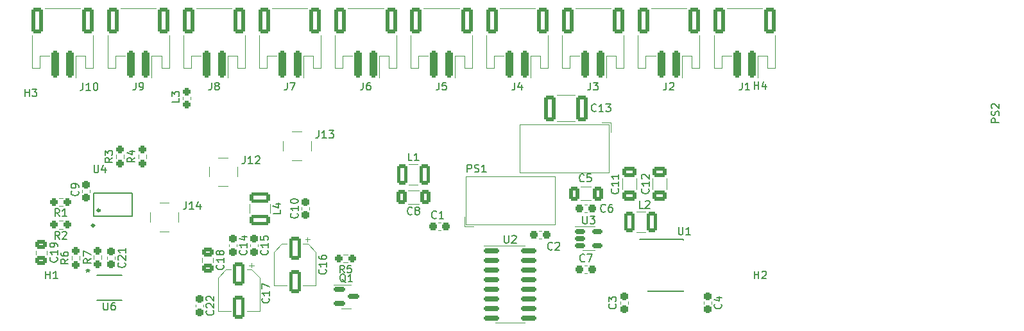
<source format=gbr>
%TF.GenerationSoftware,KiCad,Pcbnew,7.0.6*%
%TF.CreationDate,2023-09-07T21:54:39-06:00*%
%TF.ProjectId,low_power_heater,6c6f775f-706f-4776-9572-5f6865617465,rev?*%
%TF.SameCoordinates,Original*%
%TF.FileFunction,Legend,Top*%
%TF.FilePolarity,Positive*%
%FSLAX46Y46*%
G04 Gerber Fmt 4.6, Leading zero omitted, Abs format (unit mm)*
G04 Created by KiCad (PCBNEW 7.0.6) date 2023-09-07 21:54:39*
%MOMM*%
%LPD*%
G01*
G04 APERTURE LIST*
G04 Aperture macros list*
%AMRoundRect*
0 Rectangle with rounded corners*
0 $1 Rounding radius*
0 $2 $3 $4 $5 $6 $7 $8 $9 X,Y pos of 4 corners*
0 Add a 4 corners polygon primitive as box body*
4,1,4,$2,$3,$4,$5,$6,$7,$8,$9,$2,$3,0*
0 Add four circle primitives for the rounded corners*
1,1,$1+$1,$2,$3*
1,1,$1+$1,$4,$5*
1,1,$1+$1,$6,$7*
1,1,$1+$1,$8,$9*
0 Add four rect primitives between the rounded corners*
20,1,$1+$1,$2,$3,$4,$5,0*
20,1,$1+$1,$4,$5,$6,$7,0*
20,1,$1+$1,$6,$7,$8,$9,0*
20,1,$1+$1,$8,$9,$2,$3,0*%
G04 Aperture macros list end*
%ADD10C,0.150000*%
%ADD11C,0.120000*%
%ADD12C,0.152400*%
%ADD13C,0.152000*%
%ADD14C,0.300000*%
%ADD15C,1.240000*%
%ADD16RoundRect,0.237500X-0.300000X-0.237500X0.300000X-0.237500X0.300000X0.237500X-0.300000X0.237500X0*%
%ADD17R,1.327899X0.431000*%
%ADD18R,1.570000X1.890000*%
%ADD19RoundRect,0.237500X-0.237500X0.300000X-0.237500X-0.300000X0.237500X-0.300000X0.237500X0.300000X0*%
%ADD20RoundRect,0.237500X0.300000X0.237500X-0.300000X0.237500X-0.300000X-0.237500X0.300000X-0.237500X0*%
%ADD21RoundRect,0.237500X0.250000X0.237500X-0.250000X0.237500X-0.250000X-0.237500X0.250000X-0.237500X0*%
%ADD22RoundRect,0.150000X-0.512500X-0.150000X0.512500X-0.150000X0.512500X0.150000X-0.512500X0.150000X0*%
%ADD23RoundRect,0.250000X0.250000X1.500000X-0.250000X1.500000X-0.250000X-1.500000X0.250000X-1.500000X0*%
%ADD24RoundRect,0.250001X0.499999X1.449999X-0.499999X1.449999X-0.499999X-1.449999X0.499999X-1.449999X0*%
%ADD25RoundRect,0.237500X0.237500X-0.250000X0.237500X0.250000X-0.237500X0.250000X-0.237500X-0.250000X0*%
%ADD26C,0.700000*%
%ADD27C,4.400000*%
%ADD28RoundRect,0.250000X0.537500X1.450000X-0.537500X1.450000X-0.537500X-1.450000X0.537500X-1.450000X0*%
%ADD29RoundRect,0.237500X-0.237500X0.250000X-0.237500X-0.250000X0.237500X-0.250000X0.237500X0.250000X0*%
%ADD30RoundRect,0.237500X0.237500X-0.300000X0.237500X0.300000X-0.237500X0.300000X-0.237500X-0.300000X0*%
%ADD31RoundRect,0.250000X-0.412500X-0.650000X0.412500X-0.650000X0.412500X0.650000X-0.412500X0.650000X0*%
%ADD32RoundRect,0.150000X-0.825000X-0.150000X0.825000X-0.150000X0.825000X0.150000X-0.825000X0.150000X0*%
%ADD33RoundRect,0.250001X-1.074999X0.462499X-1.074999X-0.462499X1.074999X-0.462499X1.074999X0.462499X0*%
%ADD34RoundRect,0.250000X-0.550000X1.250000X-0.550000X-1.250000X0.550000X-1.250000X0.550000X1.250000X0*%
%ADD35RoundRect,0.250000X-0.475000X0.337500X-0.475000X-0.337500X0.475000X-0.337500X0.475000X0.337500X0*%
%ADD36R,1.400000X1.800000*%
%ADD37O,1.400000X1.800000*%
%ADD38RoundRect,0.150000X-0.587500X-0.150000X0.587500X-0.150000X0.587500X0.150000X-0.587500X0.150000X0*%
%ADD39RoundRect,0.250000X0.650000X-0.412500X0.650000X0.412500X-0.650000X0.412500X-0.650000X-0.412500X0*%
%ADD40RoundRect,0.250001X-0.462499X-1.074999X0.462499X-1.074999X0.462499X1.074999X-0.462499X1.074999X0*%
%ADD41RoundRect,0.250000X0.412500X0.650000X-0.412500X0.650000X-0.412500X-0.650000X0.412500X-0.650000X0*%
%ADD42O,0.588000X2.045000*%
%ADD43RoundRect,0.237500X-0.237500X0.287500X-0.237500X-0.287500X0.237500X-0.287500X0.237500X0.287500X0*%
%ADD44R,1.000000X0.400000*%
%ADD45R,1.700000X1.700000*%
%ADD46O,1.700000X1.700000*%
G04 APERTURE END LIST*
D10*
X160583333Y-80359580D02*
X160535714Y-80407200D01*
X160535714Y-80407200D02*
X160392857Y-80454819D01*
X160392857Y-80454819D02*
X160297619Y-80454819D01*
X160297619Y-80454819D02*
X160154762Y-80407200D01*
X160154762Y-80407200D02*
X160059524Y-80311961D01*
X160059524Y-80311961D02*
X160011905Y-80216723D01*
X160011905Y-80216723D02*
X159964286Y-80026247D01*
X159964286Y-80026247D02*
X159964286Y-79883390D01*
X159964286Y-79883390D02*
X160011905Y-79692914D01*
X160011905Y-79692914D02*
X160059524Y-79597676D01*
X160059524Y-79597676D02*
X160154762Y-79502438D01*
X160154762Y-79502438D02*
X160297619Y-79454819D01*
X160297619Y-79454819D02*
X160392857Y-79454819D01*
X160392857Y-79454819D02*
X160535714Y-79502438D01*
X160535714Y-79502438D02*
X160583333Y-79550057D01*
X161440476Y-79454819D02*
X161250000Y-79454819D01*
X161250000Y-79454819D02*
X161154762Y-79502438D01*
X161154762Y-79502438D02*
X161107143Y-79550057D01*
X161107143Y-79550057D02*
X161011905Y-79692914D01*
X161011905Y-79692914D02*
X160964286Y-79883390D01*
X160964286Y-79883390D02*
X160964286Y-80264342D01*
X160964286Y-80264342D02*
X161011905Y-80359580D01*
X161011905Y-80359580D02*
X161059524Y-80407200D01*
X161059524Y-80407200D02*
X161154762Y-80454819D01*
X161154762Y-80454819D02*
X161345238Y-80454819D01*
X161345238Y-80454819D02*
X161440476Y-80407200D01*
X161440476Y-80407200D02*
X161488095Y-80359580D01*
X161488095Y-80359580D02*
X161535714Y-80264342D01*
X161535714Y-80264342D02*
X161535714Y-80026247D01*
X161535714Y-80026247D02*
X161488095Y-79931009D01*
X161488095Y-79931009D02*
X161440476Y-79883390D01*
X161440476Y-79883390D02*
X161345238Y-79835771D01*
X161345238Y-79835771D02*
X161154762Y-79835771D01*
X161154762Y-79835771D02*
X161059524Y-79883390D01*
X161059524Y-79883390D02*
X161011905Y-79931009D01*
X161011905Y-79931009D02*
X160964286Y-80026247D01*
X105260476Y-79084819D02*
X105260476Y-79799104D01*
X105260476Y-79799104D02*
X105212857Y-79941961D01*
X105212857Y-79941961D02*
X105117619Y-80037200D01*
X105117619Y-80037200D02*
X104974762Y-80084819D01*
X104974762Y-80084819D02*
X104879524Y-80084819D01*
X106260476Y-80084819D02*
X105689048Y-80084819D01*
X105974762Y-80084819D02*
X105974762Y-79084819D01*
X105974762Y-79084819D02*
X105879524Y-79227676D01*
X105879524Y-79227676D02*
X105784286Y-79322914D01*
X105784286Y-79322914D02*
X105689048Y-79370533D01*
X107117619Y-79418152D02*
X107117619Y-80084819D01*
X106879524Y-79037200D02*
X106641429Y-79751485D01*
X106641429Y-79751485D02*
X107260476Y-79751485D01*
X122760476Y-69684819D02*
X122760476Y-70399104D01*
X122760476Y-70399104D02*
X122712857Y-70541961D01*
X122712857Y-70541961D02*
X122617619Y-70637200D01*
X122617619Y-70637200D02*
X122474762Y-70684819D01*
X122474762Y-70684819D02*
X122379524Y-70684819D01*
X123760476Y-70684819D02*
X123189048Y-70684819D01*
X123474762Y-70684819D02*
X123474762Y-69684819D01*
X123474762Y-69684819D02*
X123379524Y-69827676D01*
X123379524Y-69827676D02*
X123284286Y-69922914D01*
X123284286Y-69922914D02*
X123189048Y-69970533D01*
X124093810Y-69684819D02*
X124712857Y-69684819D01*
X124712857Y-69684819D02*
X124379524Y-70065771D01*
X124379524Y-70065771D02*
X124522381Y-70065771D01*
X124522381Y-70065771D02*
X124617619Y-70113390D01*
X124617619Y-70113390D02*
X124665238Y-70161009D01*
X124665238Y-70161009D02*
X124712857Y-70256247D01*
X124712857Y-70256247D02*
X124712857Y-70494342D01*
X124712857Y-70494342D02*
X124665238Y-70589580D01*
X124665238Y-70589580D02*
X124617619Y-70637200D01*
X124617619Y-70637200D02*
X124522381Y-70684819D01*
X124522381Y-70684819D02*
X124236667Y-70684819D01*
X124236667Y-70684819D02*
X124141429Y-70637200D01*
X124141429Y-70637200D02*
X124093810Y-70589580D01*
X113020476Y-73084819D02*
X113020476Y-73799104D01*
X113020476Y-73799104D02*
X112972857Y-73941961D01*
X112972857Y-73941961D02*
X112877619Y-74037200D01*
X112877619Y-74037200D02*
X112734762Y-74084819D01*
X112734762Y-74084819D02*
X112639524Y-74084819D01*
X114020476Y-74084819D02*
X113449048Y-74084819D01*
X113734762Y-74084819D02*
X113734762Y-73084819D01*
X113734762Y-73084819D02*
X113639524Y-73227676D01*
X113639524Y-73227676D02*
X113544286Y-73322914D01*
X113544286Y-73322914D02*
X113449048Y-73370533D01*
X114401429Y-73180057D02*
X114449048Y-73132438D01*
X114449048Y-73132438D02*
X114544286Y-73084819D01*
X114544286Y-73084819D02*
X114782381Y-73084819D01*
X114782381Y-73084819D02*
X114877619Y-73132438D01*
X114877619Y-73132438D02*
X114925238Y-73180057D01*
X114925238Y-73180057D02*
X114972857Y-73275295D01*
X114972857Y-73275295D02*
X114972857Y-73370533D01*
X114972857Y-73370533D02*
X114925238Y-73513390D01*
X114925238Y-73513390D02*
X114353810Y-74084819D01*
X114353810Y-74084819D02*
X114972857Y-74084819D01*
X157833333Y-86929580D02*
X157785714Y-86977200D01*
X157785714Y-86977200D02*
X157642857Y-87024819D01*
X157642857Y-87024819D02*
X157547619Y-87024819D01*
X157547619Y-87024819D02*
X157404762Y-86977200D01*
X157404762Y-86977200D02*
X157309524Y-86881961D01*
X157309524Y-86881961D02*
X157261905Y-86786723D01*
X157261905Y-86786723D02*
X157214286Y-86596247D01*
X157214286Y-86596247D02*
X157214286Y-86453390D01*
X157214286Y-86453390D02*
X157261905Y-86262914D01*
X157261905Y-86262914D02*
X157309524Y-86167676D01*
X157309524Y-86167676D02*
X157404762Y-86072438D01*
X157404762Y-86072438D02*
X157547619Y-86024819D01*
X157547619Y-86024819D02*
X157642857Y-86024819D01*
X157642857Y-86024819D02*
X157785714Y-86072438D01*
X157785714Y-86072438D02*
X157833333Y-86120057D01*
X158166667Y-86024819D02*
X158833333Y-86024819D01*
X158833333Y-86024819D02*
X158404762Y-87024819D01*
X94358095Y-92404819D02*
X94358095Y-93214342D01*
X94358095Y-93214342D02*
X94405714Y-93309580D01*
X94405714Y-93309580D02*
X94453333Y-93357200D01*
X94453333Y-93357200D02*
X94548571Y-93404819D01*
X94548571Y-93404819D02*
X94739047Y-93404819D01*
X94739047Y-93404819D02*
X94834285Y-93357200D01*
X94834285Y-93357200D02*
X94881904Y-93309580D01*
X94881904Y-93309580D02*
X94929523Y-93214342D01*
X94929523Y-93214342D02*
X94929523Y-92404819D01*
X95834285Y-92404819D02*
X95643809Y-92404819D01*
X95643809Y-92404819D02*
X95548571Y-92452438D01*
X95548571Y-92452438D02*
X95500952Y-92500057D01*
X95500952Y-92500057D02*
X95405714Y-92642914D01*
X95405714Y-92642914D02*
X95358095Y-92833390D01*
X95358095Y-92833390D02*
X95358095Y-93214342D01*
X95358095Y-93214342D02*
X95405714Y-93309580D01*
X95405714Y-93309580D02*
X95453333Y-93357200D01*
X95453333Y-93357200D02*
X95548571Y-93404819D01*
X95548571Y-93404819D02*
X95739047Y-93404819D01*
X95739047Y-93404819D02*
X95834285Y-93357200D01*
X95834285Y-93357200D02*
X95881904Y-93309580D01*
X95881904Y-93309580D02*
X95929523Y-93214342D01*
X95929523Y-93214342D02*
X95929523Y-92976247D01*
X95929523Y-92976247D02*
X95881904Y-92881009D01*
X95881904Y-92881009D02*
X95834285Y-92833390D01*
X95834285Y-92833390D02*
X95739047Y-92785771D01*
X95739047Y-92785771D02*
X95548571Y-92785771D01*
X95548571Y-92785771D02*
X95453333Y-92833390D01*
X95453333Y-92833390D02*
X95405714Y-92881009D01*
X95405714Y-92881009D02*
X95358095Y-92976247D01*
X92280000Y-87974819D02*
X92280000Y-88212914D01*
X92041905Y-88117676D02*
X92280000Y-88212914D01*
X92280000Y-88212914D02*
X92518095Y-88117676D01*
X92137143Y-88403390D02*
X92280000Y-88212914D01*
X92280000Y-88212914D02*
X92422857Y-88403390D01*
X108819580Y-93452857D02*
X108867200Y-93500476D01*
X108867200Y-93500476D02*
X108914819Y-93643333D01*
X108914819Y-93643333D02*
X108914819Y-93738571D01*
X108914819Y-93738571D02*
X108867200Y-93881428D01*
X108867200Y-93881428D02*
X108771961Y-93976666D01*
X108771961Y-93976666D02*
X108676723Y-94024285D01*
X108676723Y-94024285D02*
X108486247Y-94071904D01*
X108486247Y-94071904D02*
X108343390Y-94071904D01*
X108343390Y-94071904D02*
X108152914Y-94024285D01*
X108152914Y-94024285D02*
X108057676Y-93976666D01*
X108057676Y-93976666D02*
X107962438Y-93881428D01*
X107962438Y-93881428D02*
X107914819Y-93738571D01*
X107914819Y-93738571D02*
X107914819Y-93643333D01*
X107914819Y-93643333D02*
X107962438Y-93500476D01*
X107962438Y-93500476D02*
X108010057Y-93452857D01*
X108010057Y-93071904D02*
X107962438Y-93024285D01*
X107962438Y-93024285D02*
X107914819Y-92929047D01*
X107914819Y-92929047D02*
X107914819Y-92690952D01*
X107914819Y-92690952D02*
X107962438Y-92595714D01*
X107962438Y-92595714D02*
X108010057Y-92548095D01*
X108010057Y-92548095D02*
X108105295Y-92500476D01*
X108105295Y-92500476D02*
X108200533Y-92500476D01*
X108200533Y-92500476D02*
X108343390Y-92548095D01*
X108343390Y-92548095D02*
X108914819Y-93119523D01*
X108914819Y-93119523D02*
X108914819Y-92500476D01*
X108010057Y-92119523D02*
X107962438Y-92071904D01*
X107962438Y-92071904D02*
X107914819Y-91976666D01*
X107914819Y-91976666D02*
X107914819Y-91738571D01*
X107914819Y-91738571D02*
X107962438Y-91643333D01*
X107962438Y-91643333D02*
X108010057Y-91595714D01*
X108010057Y-91595714D02*
X108105295Y-91548095D01*
X108105295Y-91548095D02*
X108200533Y-91548095D01*
X108200533Y-91548095D02*
X108343390Y-91595714D01*
X108343390Y-91595714D02*
X108914819Y-92167142D01*
X108914819Y-92167142D02*
X108914819Y-91548095D01*
X138278333Y-81224580D02*
X138230714Y-81272200D01*
X138230714Y-81272200D02*
X138087857Y-81319819D01*
X138087857Y-81319819D02*
X137992619Y-81319819D01*
X137992619Y-81319819D02*
X137849762Y-81272200D01*
X137849762Y-81272200D02*
X137754524Y-81176961D01*
X137754524Y-81176961D02*
X137706905Y-81081723D01*
X137706905Y-81081723D02*
X137659286Y-80891247D01*
X137659286Y-80891247D02*
X137659286Y-80748390D01*
X137659286Y-80748390D02*
X137706905Y-80557914D01*
X137706905Y-80557914D02*
X137754524Y-80462676D01*
X137754524Y-80462676D02*
X137849762Y-80367438D01*
X137849762Y-80367438D02*
X137992619Y-80319819D01*
X137992619Y-80319819D02*
X138087857Y-80319819D01*
X138087857Y-80319819D02*
X138230714Y-80367438D01*
X138230714Y-80367438D02*
X138278333Y-80415057D01*
X139230714Y-81319819D02*
X138659286Y-81319819D01*
X138945000Y-81319819D02*
X138945000Y-80319819D01*
X138945000Y-80319819D02*
X138849762Y-80462676D01*
X138849762Y-80462676D02*
X138754524Y-80557914D01*
X138754524Y-80557914D02*
X138659286Y-80605533D01*
X126120833Y-88484819D02*
X125787500Y-88008628D01*
X125549405Y-88484819D02*
X125549405Y-87484819D01*
X125549405Y-87484819D02*
X125930357Y-87484819D01*
X125930357Y-87484819D02*
X126025595Y-87532438D01*
X126025595Y-87532438D02*
X126073214Y-87580057D01*
X126073214Y-87580057D02*
X126120833Y-87675295D01*
X126120833Y-87675295D02*
X126120833Y-87818152D01*
X126120833Y-87818152D02*
X126073214Y-87913390D01*
X126073214Y-87913390D02*
X126025595Y-87961009D01*
X126025595Y-87961009D02*
X125930357Y-88008628D01*
X125930357Y-88008628D02*
X125549405Y-88008628D01*
X127025595Y-87484819D02*
X126549405Y-87484819D01*
X126549405Y-87484819D02*
X126501786Y-87961009D01*
X126501786Y-87961009D02*
X126549405Y-87913390D01*
X126549405Y-87913390D02*
X126644643Y-87865771D01*
X126644643Y-87865771D02*
X126882738Y-87865771D01*
X126882738Y-87865771D02*
X126977976Y-87913390D01*
X126977976Y-87913390D02*
X127025595Y-87961009D01*
X127025595Y-87961009D02*
X127073214Y-88056247D01*
X127073214Y-88056247D02*
X127073214Y-88294342D01*
X127073214Y-88294342D02*
X127025595Y-88389580D01*
X127025595Y-88389580D02*
X126977976Y-88437200D01*
X126977976Y-88437200D02*
X126882738Y-88484819D01*
X126882738Y-88484819D02*
X126644643Y-88484819D01*
X126644643Y-88484819D02*
X126549405Y-88437200D01*
X126549405Y-88437200D02*
X126501786Y-88389580D01*
X157605595Y-81004819D02*
X157605595Y-81814342D01*
X157605595Y-81814342D02*
X157653214Y-81909580D01*
X157653214Y-81909580D02*
X157700833Y-81957200D01*
X157700833Y-81957200D02*
X157796071Y-82004819D01*
X157796071Y-82004819D02*
X157986547Y-82004819D01*
X157986547Y-82004819D02*
X158081785Y-81957200D01*
X158081785Y-81957200D02*
X158129404Y-81909580D01*
X158129404Y-81909580D02*
X158177023Y-81814342D01*
X158177023Y-81814342D02*
X158177023Y-81004819D01*
X158557976Y-81004819D02*
X159177023Y-81004819D01*
X159177023Y-81004819D02*
X158843690Y-81385771D01*
X158843690Y-81385771D02*
X158986547Y-81385771D01*
X158986547Y-81385771D02*
X159081785Y-81433390D01*
X159081785Y-81433390D02*
X159129404Y-81481009D01*
X159129404Y-81481009D02*
X159177023Y-81576247D01*
X159177023Y-81576247D02*
X159177023Y-81814342D01*
X159177023Y-81814342D02*
X159129404Y-81909580D01*
X159129404Y-81909580D02*
X159081785Y-81957200D01*
X159081785Y-81957200D02*
X158986547Y-82004819D01*
X158986547Y-82004819D02*
X158700833Y-82004819D01*
X158700833Y-82004819D02*
X158605595Y-81957200D01*
X158605595Y-81957200D02*
X158557976Y-81909580D01*
X90984580Y-77679166D02*
X91032200Y-77726785D01*
X91032200Y-77726785D02*
X91079819Y-77869642D01*
X91079819Y-77869642D02*
X91079819Y-77964880D01*
X91079819Y-77964880D02*
X91032200Y-78107737D01*
X91032200Y-78107737D02*
X90936961Y-78202975D01*
X90936961Y-78202975D02*
X90841723Y-78250594D01*
X90841723Y-78250594D02*
X90651247Y-78298213D01*
X90651247Y-78298213D02*
X90508390Y-78298213D01*
X90508390Y-78298213D02*
X90317914Y-78250594D01*
X90317914Y-78250594D02*
X90222676Y-78202975D01*
X90222676Y-78202975D02*
X90127438Y-78107737D01*
X90127438Y-78107737D02*
X90079819Y-77964880D01*
X90079819Y-77964880D02*
X90079819Y-77869642D01*
X90079819Y-77869642D02*
X90127438Y-77726785D01*
X90127438Y-77726785D02*
X90175057Y-77679166D01*
X91079819Y-77202975D02*
X91079819Y-77012499D01*
X91079819Y-77012499D02*
X91032200Y-76917261D01*
X91032200Y-76917261D02*
X90984580Y-76869642D01*
X90984580Y-76869642D02*
X90841723Y-76774404D01*
X90841723Y-76774404D02*
X90651247Y-76726785D01*
X90651247Y-76726785D02*
X90270295Y-76726785D01*
X90270295Y-76726785D02*
X90175057Y-76774404D01*
X90175057Y-76774404D02*
X90127438Y-76822023D01*
X90127438Y-76822023D02*
X90079819Y-76917261D01*
X90079819Y-76917261D02*
X90079819Y-77107737D01*
X90079819Y-77107737D02*
X90127438Y-77202975D01*
X90127438Y-77202975D02*
X90175057Y-77250594D01*
X90175057Y-77250594D02*
X90270295Y-77298213D01*
X90270295Y-77298213D02*
X90508390Y-77298213D01*
X90508390Y-77298213D02*
X90603628Y-77250594D01*
X90603628Y-77250594D02*
X90651247Y-77202975D01*
X90651247Y-77202975D02*
X90698866Y-77107737D01*
X90698866Y-77107737D02*
X90698866Y-76917261D01*
X90698866Y-76917261D02*
X90651247Y-76822023D01*
X90651247Y-76822023D02*
X90603628Y-76774404D01*
X90603628Y-76774404D02*
X90508390Y-76726785D01*
X138616666Y-63354819D02*
X138616666Y-64069104D01*
X138616666Y-64069104D02*
X138569047Y-64211961D01*
X138569047Y-64211961D02*
X138473809Y-64307200D01*
X138473809Y-64307200D02*
X138330952Y-64354819D01*
X138330952Y-64354819D02*
X138235714Y-64354819D01*
X139569047Y-63354819D02*
X139092857Y-63354819D01*
X139092857Y-63354819D02*
X139045238Y-63831009D01*
X139045238Y-63831009D02*
X139092857Y-63783390D01*
X139092857Y-63783390D02*
X139188095Y-63735771D01*
X139188095Y-63735771D02*
X139426190Y-63735771D01*
X139426190Y-63735771D02*
X139521428Y-63783390D01*
X139521428Y-63783390D02*
X139569047Y-63831009D01*
X139569047Y-63831009D02*
X139616666Y-63926247D01*
X139616666Y-63926247D02*
X139616666Y-64164342D01*
X139616666Y-64164342D02*
X139569047Y-64259580D01*
X139569047Y-64259580D02*
X139521428Y-64307200D01*
X139521428Y-64307200D02*
X139426190Y-64354819D01*
X139426190Y-64354819D02*
X139188095Y-64354819D01*
X139188095Y-64354819D02*
X139092857Y-64307200D01*
X139092857Y-64307200D02*
X139045238Y-64259580D01*
X128616666Y-63354819D02*
X128616666Y-64069104D01*
X128616666Y-64069104D02*
X128569047Y-64211961D01*
X128569047Y-64211961D02*
X128473809Y-64307200D01*
X128473809Y-64307200D02*
X128330952Y-64354819D01*
X128330952Y-64354819D02*
X128235714Y-64354819D01*
X129521428Y-63354819D02*
X129330952Y-63354819D01*
X129330952Y-63354819D02*
X129235714Y-63402438D01*
X129235714Y-63402438D02*
X129188095Y-63450057D01*
X129188095Y-63450057D02*
X129092857Y-63592914D01*
X129092857Y-63592914D02*
X129045238Y-63783390D01*
X129045238Y-63783390D02*
X129045238Y-64164342D01*
X129045238Y-64164342D02*
X129092857Y-64259580D01*
X129092857Y-64259580D02*
X129140476Y-64307200D01*
X129140476Y-64307200D02*
X129235714Y-64354819D01*
X129235714Y-64354819D02*
X129426190Y-64354819D01*
X129426190Y-64354819D02*
X129521428Y-64307200D01*
X129521428Y-64307200D02*
X129569047Y-64259580D01*
X129569047Y-64259580D02*
X129616666Y-64164342D01*
X129616666Y-64164342D02*
X129616666Y-63926247D01*
X129616666Y-63926247D02*
X129569047Y-63831009D01*
X129569047Y-63831009D02*
X129521428Y-63783390D01*
X129521428Y-63783390D02*
X129426190Y-63735771D01*
X129426190Y-63735771D02*
X129235714Y-63735771D01*
X129235714Y-63735771D02*
X129140476Y-63783390D01*
X129140476Y-63783390D02*
X129092857Y-63831009D01*
X129092857Y-63831009D02*
X129045238Y-63926247D01*
X89704819Y-86666666D02*
X89228628Y-86999999D01*
X89704819Y-87238094D02*
X88704819Y-87238094D01*
X88704819Y-87238094D02*
X88704819Y-86857142D01*
X88704819Y-86857142D02*
X88752438Y-86761904D01*
X88752438Y-86761904D02*
X88800057Y-86714285D01*
X88800057Y-86714285D02*
X88895295Y-86666666D01*
X88895295Y-86666666D02*
X89038152Y-86666666D01*
X89038152Y-86666666D02*
X89133390Y-86714285D01*
X89133390Y-86714285D02*
X89181009Y-86761904D01*
X89181009Y-86761904D02*
X89228628Y-86857142D01*
X89228628Y-86857142D02*
X89228628Y-87238094D01*
X88704819Y-85809523D02*
X88704819Y-85999999D01*
X88704819Y-85999999D02*
X88752438Y-86095237D01*
X88752438Y-86095237D02*
X88800057Y-86142856D01*
X88800057Y-86142856D02*
X88942914Y-86238094D01*
X88942914Y-86238094D02*
X89133390Y-86285713D01*
X89133390Y-86285713D02*
X89514342Y-86285713D01*
X89514342Y-86285713D02*
X89609580Y-86238094D01*
X89609580Y-86238094D02*
X89657200Y-86190475D01*
X89657200Y-86190475D02*
X89704819Y-86095237D01*
X89704819Y-86095237D02*
X89704819Y-85904761D01*
X89704819Y-85904761D02*
X89657200Y-85809523D01*
X89657200Y-85809523D02*
X89609580Y-85761904D01*
X89609580Y-85761904D02*
X89514342Y-85714285D01*
X89514342Y-85714285D02*
X89276247Y-85714285D01*
X89276247Y-85714285D02*
X89181009Y-85761904D01*
X89181009Y-85761904D02*
X89133390Y-85809523D01*
X89133390Y-85809523D02*
X89085771Y-85904761D01*
X89085771Y-85904761D02*
X89085771Y-86095237D01*
X89085771Y-86095237D02*
X89133390Y-86190475D01*
X89133390Y-86190475D02*
X89181009Y-86238094D01*
X89181009Y-86238094D02*
X89276247Y-86285713D01*
X83988095Y-65204819D02*
X83988095Y-64204819D01*
X83988095Y-64681009D02*
X84559523Y-64681009D01*
X84559523Y-65204819D02*
X84559523Y-64204819D01*
X84940476Y-64204819D02*
X85559523Y-64204819D01*
X85559523Y-64204819D02*
X85226190Y-64585771D01*
X85226190Y-64585771D02*
X85369047Y-64585771D01*
X85369047Y-64585771D02*
X85464285Y-64633390D01*
X85464285Y-64633390D02*
X85511904Y-64681009D01*
X85511904Y-64681009D02*
X85559523Y-64776247D01*
X85559523Y-64776247D02*
X85559523Y-65014342D01*
X85559523Y-65014342D02*
X85511904Y-65109580D01*
X85511904Y-65109580D02*
X85464285Y-65157200D01*
X85464285Y-65157200D02*
X85369047Y-65204819D01*
X85369047Y-65204819D02*
X85083333Y-65204819D01*
X85083333Y-65204819D02*
X84988095Y-65157200D01*
X84988095Y-65157200D02*
X84940476Y-65109580D01*
X118616666Y-63354819D02*
X118616666Y-64069104D01*
X118616666Y-64069104D02*
X118569047Y-64211961D01*
X118569047Y-64211961D02*
X118473809Y-64307200D01*
X118473809Y-64307200D02*
X118330952Y-64354819D01*
X118330952Y-64354819D02*
X118235714Y-64354819D01*
X118997619Y-63354819D02*
X119664285Y-63354819D01*
X119664285Y-63354819D02*
X119235714Y-64354819D01*
X159357142Y-67109580D02*
X159309523Y-67157200D01*
X159309523Y-67157200D02*
X159166666Y-67204819D01*
X159166666Y-67204819D02*
X159071428Y-67204819D01*
X159071428Y-67204819D02*
X158928571Y-67157200D01*
X158928571Y-67157200D02*
X158833333Y-67061961D01*
X158833333Y-67061961D02*
X158785714Y-66966723D01*
X158785714Y-66966723D02*
X158738095Y-66776247D01*
X158738095Y-66776247D02*
X158738095Y-66633390D01*
X158738095Y-66633390D02*
X158785714Y-66442914D01*
X158785714Y-66442914D02*
X158833333Y-66347676D01*
X158833333Y-66347676D02*
X158928571Y-66252438D01*
X158928571Y-66252438D02*
X159071428Y-66204819D01*
X159071428Y-66204819D02*
X159166666Y-66204819D01*
X159166666Y-66204819D02*
X159309523Y-66252438D01*
X159309523Y-66252438D02*
X159357142Y-66300057D01*
X160309523Y-67204819D02*
X159738095Y-67204819D01*
X160023809Y-67204819D02*
X160023809Y-66204819D01*
X160023809Y-66204819D02*
X159928571Y-66347676D01*
X159928571Y-66347676D02*
X159833333Y-66442914D01*
X159833333Y-66442914D02*
X159738095Y-66490533D01*
X160642857Y-66204819D02*
X161261904Y-66204819D01*
X161261904Y-66204819D02*
X160928571Y-66585771D01*
X160928571Y-66585771D02*
X161071428Y-66585771D01*
X161071428Y-66585771D02*
X161166666Y-66633390D01*
X161166666Y-66633390D02*
X161214285Y-66681009D01*
X161214285Y-66681009D02*
X161261904Y-66776247D01*
X161261904Y-66776247D02*
X161261904Y-67014342D01*
X161261904Y-67014342D02*
X161214285Y-67109580D01*
X161214285Y-67109580D02*
X161166666Y-67157200D01*
X161166666Y-67157200D02*
X161071428Y-67204819D01*
X161071428Y-67204819D02*
X160785714Y-67204819D01*
X160785714Y-67204819D02*
X160690476Y-67157200D01*
X160690476Y-67157200D02*
X160642857Y-67109580D01*
X92724819Y-86616666D02*
X92248628Y-86949999D01*
X92724819Y-87188094D02*
X91724819Y-87188094D01*
X91724819Y-87188094D02*
X91724819Y-86807142D01*
X91724819Y-86807142D02*
X91772438Y-86711904D01*
X91772438Y-86711904D02*
X91820057Y-86664285D01*
X91820057Y-86664285D02*
X91915295Y-86616666D01*
X91915295Y-86616666D02*
X92058152Y-86616666D01*
X92058152Y-86616666D02*
X92153390Y-86664285D01*
X92153390Y-86664285D02*
X92201009Y-86711904D01*
X92201009Y-86711904D02*
X92248628Y-86807142D01*
X92248628Y-86807142D02*
X92248628Y-87188094D01*
X91724819Y-86283332D02*
X91724819Y-85616666D01*
X91724819Y-85616666D02*
X92724819Y-86045237D01*
X88545833Y-81030518D02*
X88212500Y-80554327D01*
X87974405Y-81030518D02*
X87974405Y-80030518D01*
X87974405Y-80030518D02*
X88355357Y-80030518D01*
X88355357Y-80030518D02*
X88450595Y-80078137D01*
X88450595Y-80078137D02*
X88498214Y-80125756D01*
X88498214Y-80125756D02*
X88545833Y-80220994D01*
X88545833Y-80220994D02*
X88545833Y-80363851D01*
X88545833Y-80363851D02*
X88498214Y-80459089D01*
X88498214Y-80459089D02*
X88450595Y-80506708D01*
X88450595Y-80506708D02*
X88355357Y-80554327D01*
X88355357Y-80554327D02*
X87974405Y-80554327D01*
X89498214Y-81030518D02*
X88926786Y-81030518D01*
X89212500Y-81030518D02*
X89212500Y-80030518D01*
X89212500Y-80030518D02*
X89117262Y-80173375D01*
X89117262Y-80173375D02*
X89022024Y-80268613D01*
X89022024Y-80268613D02*
X88926786Y-80316232D01*
X119929580Y-80642857D02*
X119977200Y-80690476D01*
X119977200Y-80690476D02*
X120024819Y-80833333D01*
X120024819Y-80833333D02*
X120024819Y-80928571D01*
X120024819Y-80928571D02*
X119977200Y-81071428D01*
X119977200Y-81071428D02*
X119881961Y-81166666D01*
X119881961Y-81166666D02*
X119786723Y-81214285D01*
X119786723Y-81214285D02*
X119596247Y-81261904D01*
X119596247Y-81261904D02*
X119453390Y-81261904D01*
X119453390Y-81261904D02*
X119262914Y-81214285D01*
X119262914Y-81214285D02*
X119167676Y-81166666D01*
X119167676Y-81166666D02*
X119072438Y-81071428D01*
X119072438Y-81071428D02*
X119024819Y-80928571D01*
X119024819Y-80928571D02*
X119024819Y-80833333D01*
X119024819Y-80833333D02*
X119072438Y-80690476D01*
X119072438Y-80690476D02*
X119120057Y-80642857D01*
X120024819Y-79690476D02*
X120024819Y-80261904D01*
X120024819Y-79976190D02*
X119024819Y-79976190D01*
X119024819Y-79976190D02*
X119167676Y-80071428D01*
X119167676Y-80071428D02*
X119262914Y-80166666D01*
X119262914Y-80166666D02*
X119310533Y-80261904D01*
X119024819Y-79071428D02*
X119024819Y-78976190D01*
X119024819Y-78976190D02*
X119072438Y-78880952D01*
X119072438Y-78880952D02*
X119120057Y-78833333D01*
X119120057Y-78833333D02*
X119215295Y-78785714D01*
X119215295Y-78785714D02*
X119405771Y-78738095D01*
X119405771Y-78738095D02*
X119643866Y-78738095D01*
X119643866Y-78738095D02*
X119834342Y-78785714D01*
X119834342Y-78785714D02*
X119929580Y-78833333D01*
X119929580Y-78833333D02*
X119977200Y-78880952D01*
X119977200Y-78880952D02*
X120024819Y-78976190D01*
X120024819Y-78976190D02*
X120024819Y-79071428D01*
X120024819Y-79071428D02*
X119977200Y-79166666D01*
X119977200Y-79166666D02*
X119929580Y-79214285D01*
X119929580Y-79214285D02*
X119834342Y-79261904D01*
X119834342Y-79261904D02*
X119643866Y-79309523D01*
X119643866Y-79309523D02*
X119405771Y-79309523D01*
X119405771Y-79309523D02*
X119215295Y-79261904D01*
X119215295Y-79261904D02*
X119120057Y-79214285D01*
X119120057Y-79214285D02*
X119072438Y-79166666D01*
X119072438Y-79166666D02*
X119024819Y-79071428D01*
X157770833Y-76359580D02*
X157723214Y-76407200D01*
X157723214Y-76407200D02*
X157580357Y-76454819D01*
X157580357Y-76454819D02*
X157485119Y-76454819D01*
X157485119Y-76454819D02*
X157342262Y-76407200D01*
X157342262Y-76407200D02*
X157247024Y-76311961D01*
X157247024Y-76311961D02*
X157199405Y-76216723D01*
X157199405Y-76216723D02*
X157151786Y-76026247D01*
X157151786Y-76026247D02*
X157151786Y-75883390D01*
X157151786Y-75883390D02*
X157199405Y-75692914D01*
X157199405Y-75692914D02*
X157247024Y-75597676D01*
X157247024Y-75597676D02*
X157342262Y-75502438D01*
X157342262Y-75502438D02*
X157485119Y-75454819D01*
X157485119Y-75454819D02*
X157580357Y-75454819D01*
X157580357Y-75454819D02*
X157723214Y-75502438D01*
X157723214Y-75502438D02*
X157770833Y-75550057D01*
X158675595Y-75454819D02*
X158199405Y-75454819D01*
X158199405Y-75454819D02*
X158151786Y-75931009D01*
X158151786Y-75931009D02*
X158199405Y-75883390D01*
X158199405Y-75883390D02*
X158294643Y-75835771D01*
X158294643Y-75835771D02*
X158532738Y-75835771D01*
X158532738Y-75835771D02*
X158627976Y-75883390D01*
X158627976Y-75883390D02*
X158675595Y-75931009D01*
X158675595Y-75931009D02*
X158723214Y-76026247D01*
X158723214Y-76026247D02*
X158723214Y-76264342D01*
X158723214Y-76264342D02*
X158675595Y-76359580D01*
X158675595Y-76359580D02*
X158627976Y-76407200D01*
X158627976Y-76407200D02*
X158532738Y-76454819D01*
X158532738Y-76454819D02*
X158294643Y-76454819D01*
X158294643Y-76454819D02*
X158199405Y-76407200D01*
X158199405Y-76407200D02*
X158151786Y-76359580D01*
X147238095Y-83554819D02*
X147238095Y-84364342D01*
X147238095Y-84364342D02*
X147285714Y-84459580D01*
X147285714Y-84459580D02*
X147333333Y-84507200D01*
X147333333Y-84507200D02*
X147428571Y-84554819D01*
X147428571Y-84554819D02*
X147619047Y-84554819D01*
X147619047Y-84554819D02*
X147714285Y-84507200D01*
X147714285Y-84507200D02*
X147761904Y-84459580D01*
X147761904Y-84459580D02*
X147809523Y-84364342D01*
X147809523Y-84364342D02*
X147809523Y-83554819D01*
X148238095Y-83650057D02*
X148285714Y-83602438D01*
X148285714Y-83602438D02*
X148380952Y-83554819D01*
X148380952Y-83554819D02*
X148619047Y-83554819D01*
X148619047Y-83554819D02*
X148714285Y-83602438D01*
X148714285Y-83602438D02*
X148761904Y-83650057D01*
X148761904Y-83650057D02*
X148809523Y-83745295D01*
X148809523Y-83745295D02*
X148809523Y-83840533D01*
X148809523Y-83840533D02*
X148761904Y-83983390D01*
X148761904Y-83983390D02*
X148190476Y-84554819D01*
X148190476Y-84554819D02*
X148809523Y-84554819D01*
X117734819Y-80166666D02*
X117734819Y-80642856D01*
X117734819Y-80642856D02*
X116734819Y-80642856D01*
X117068152Y-79404761D02*
X117734819Y-79404761D01*
X116687200Y-79642856D02*
X117401485Y-79880951D01*
X117401485Y-79880951D02*
X117401485Y-79261904D01*
X88545833Y-84030518D02*
X88212500Y-83554327D01*
X87974405Y-84030518D02*
X87974405Y-83030518D01*
X87974405Y-83030518D02*
X88355357Y-83030518D01*
X88355357Y-83030518D02*
X88450595Y-83078137D01*
X88450595Y-83078137D02*
X88498214Y-83125756D01*
X88498214Y-83125756D02*
X88545833Y-83220994D01*
X88545833Y-83220994D02*
X88545833Y-83363851D01*
X88545833Y-83363851D02*
X88498214Y-83459089D01*
X88498214Y-83459089D02*
X88450595Y-83506708D01*
X88450595Y-83506708D02*
X88355357Y-83554327D01*
X88355357Y-83554327D02*
X87974405Y-83554327D01*
X88926786Y-83125756D02*
X88974405Y-83078137D01*
X88974405Y-83078137D02*
X89069643Y-83030518D01*
X89069643Y-83030518D02*
X89307738Y-83030518D01*
X89307738Y-83030518D02*
X89402976Y-83078137D01*
X89402976Y-83078137D02*
X89450595Y-83125756D01*
X89450595Y-83125756D02*
X89498214Y-83220994D01*
X89498214Y-83220994D02*
X89498214Y-83316232D01*
X89498214Y-83316232D02*
X89450595Y-83459089D01*
X89450595Y-83459089D02*
X88879167Y-84030518D01*
X88879167Y-84030518D02*
X89498214Y-84030518D01*
X95549819Y-73291666D02*
X95073628Y-73624999D01*
X95549819Y-73863094D02*
X94549819Y-73863094D01*
X94549819Y-73863094D02*
X94549819Y-73482142D01*
X94549819Y-73482142D02*
X94597438Y-73386904D01*
X94597438Y-73386904D02*
X94645057Y-73339285D01*
X94645057Y-73339285D02*
X94740295Y-73291666D01*
X94740295Y-73291666D02*
X94883152Y-73291666D01*
X94883152Y-73291666D02*
X94978390Y-73339285D01*
X94978390Y-73339285D02*
X95026009Y-73386904D01*
X95026009Y-73386904D02*
X95073628Y-73482142D01*
X95073628Y-73482142D02*
X95073628Y-73863094D01*
X94549819Y-72958332D02*
X94549819Y-72339285D01*
X94549819Y-72339285D02*
X94930771Y-72672618D01*
X94930771Y-72672618D02*
X94930771Y-72529761D01*
X94930771Y-72529761D02*
X94978390Y-72434523D01*
X94978390Y-72434523D02*
X95026009Y-72386904D01*
X95026009Y-72386904D02*
X95121247Y-72339285D01*
X95121247Y-72339285D02*
X95359342Y-72339285D01*
X95359342Y-72339285D02*
X95454580Y-72386904D01*
X95454580Y-72386904D02*
X95502200Y-72434523D01*
X95502200Y-72434523D02*
X95549819Y-72529761D01*
X95549819Y-72529761D02*
X95549819Y-72815475D01*
X95549819Y-72815475D02*
X95502200Y-72910713D01*
X95502200Y-72910713D02*
X95454580Y-72958332D01*
X123659580Y-88042857D02*
X123707200Y-88090476D01*
X123707200Y-88090476D02*
X123754819Y-88233333D01*
X123754819Y-88233333D02*
X123754819Y-88328571D01*
X123754819Y-88328571D02*
X123707200Y-88471428D01*
X123707200Y-88471428D02*
X123611961Y-88566666D01*
X123611961Y-88566666D02*
X123516723Y-88614285D01*
X123516723Y-88614285D02*
X123326247Y-88661904D01*
X123326247Y-88661904D02*
X123183390Y-88661904D01*
X123183390Y-88661904D02*
X122992914Y-88614285D01*
X122992914Y-88614285D02*
X122897676Y-88566666D01*
X122897676Y-88566666D02*
X122802438Y-88471428D01*
X122802438Y-88471428D02*
X122754819Y-88328571D01*
X122754819Y-88328571D02*
X122754819Y-88233333D01*
X122754819Y-88233333D02*
X122802438Y-88090476D01*
X122802438Y-88090476D02*
X122850057Y-88042857D01*
X123754819Y-87090476D02*
X123754819Y-87661904D01*
X123754819Y-87376190D02*
X122754819Y-87376190D01*
X122754819Y-87376190D02*
X122897676Y-87471428D01*
X122897676Y-87471428D02*
X122992914Y-87566666D01*
X122992914Y-87566666D02*
X123040533Y-87661904D01*
X122754819Y-86233333D02*
X122754819Y-86423809D01*
X122754819Y-86423809D02*
X122802438Y-86519047D01*
X122802438Y-86519047D02*
X122850057Y-86566666D01*
X122850057Y-86566666D02*
X122992914Y-86661904D01*
X122992914Y-86661904D02*
X123183390Y-86709523D01*
X123183390Y-86709523D02*
X123564342Y-86709523D01*
X123564342Y-86709523D02*
X123659580Y-86661904D01*
X123659580Y-86661904D02*
X123707200Y-86614285D01*
X123707200Y-86614285D02*
X123754819Y-86519047D01*
X123754819Y-86519047D02*
X123754819Y-86328571D01*
X123754819Y-86328571D02*
X123707200Y-86233333D01*
X123707200Y-86233333D02*
X123659580Y-86185714D01*
X123659580Y-86185714D02*
X123564342Y-86138095D01*
X123564342Y-86138095D02*
X123326247Y-86138095D01*
X123326247Y-86138095D02*
X123231009Y-86185714D01*
X123231009Y-86185714D02*
X123183390Y-86233333D01*
X123183390Y-86233333D02*
X123135771Y-86328571D01*
X123135771Y-86328571D02*
X123135771Y-86519047D01*
X123135771Y-86519047D02*
X123183390Y-86614285D01*
X123183390Y-86614285D02*
X123231009Y-86661904D01*
X123231009Y-86661904D02*
X123326247Y-86709523D01*
X108616666Y-63354819D02*
X108616666Y-64069104D01*
X108616666Y-64069104D02*
X108569047Y-64211961D01*
X108569047Y-64211961D02*
X108473809Y-64307200D01*
X108473809Y-64307200D02*
X108330952Y-64354819D01*
X108330952Y-64354819D02*
X108235714Y-64354819D01*
X109235714Y-63783390D02*
X109140476Y-63735771D01*
X109140476Y-63735771D02*
X109092857Y-63688152D01*
X109092857Y-63688152D02*
X109045238Y-63592914D01*
X109045238Y-63592914D02*
X109045238Y-63545295D01*
X109045238Y-63545295D02*
X109092857Y-63450057D01*
X109092857Y-63450057D02*
X109140476Y-63402438D01*
X109140476Y-63402438D02*
X109235714Y-63354819D01*
X109235714Y-63354819D02*
X109426190Y-63354819D01*
X109426190Y-63354819D02*
X109521428Y-63402438D01*
X109521428Y-63402438D02*
X109569047Y-63450057D01*
X109569047Y-63450057D02*
X109616666Y-63545295D01*
X109616666Y-63545295D02*
X109616666Y-63592914D01*
X109616666Y-63592914D02*
X109569047Y-63688152D01*
X109569047Y-63688152D02*
X109521428Y-63735771D01*
X109521428Y-63735771D02*
X109426190Y-63783390D01*
X109426190Y-63783390D02*
X109235714Y-63783390D01*
X109235714Y-63783390D02*
X109140476Y-63831009D01*
X109140476Y-63831009D02*
X109092857Y-63878628D01*
X109092857Y-63878628D02*
X109045238Y-63973866D01*
X109045238Y-63973866D02*
X109045238Y-64164342D01*
X109045238Y-64164342D02*
X109092857Y-64259580D01*
X109092857Y-64259580D02*
X109140476Y-64307200D01*
X109140476Y-64307200D02*
X109235714Y-64354819D01*
X109235714Y-64354819D02*
X109426190Y-64354819D01*
X109426190Y-64354819D02*
X109521428Y-64307200D01*
X109521428Y-64307200D02*
X109569047Y-64259580D01*
X109569047Y-64259580D02*
X109616666Y-64164342D01*
X109616666Y-64164342D02*
X109616666Y-63973866D01*
X109616666Y-63973866D02*
X109569047Y-63878628D01*
X109569047Y-63878628D02*
X109521428Y-63831009D01*
X109521428Y-63831009D02*
X109426190Y-63783390D01*
X180238095Y-64254819D02*
X180238095Y-63254819D01*
X180238095Y-63731009D02*
X180809523Y-63731009D01*
X180809523Y-64254819D02*
X180809523Y-63254819D01*
X181714285Y-63588152D02*
X181714285Y-64254819D01*
X181476190Y-63207200D02*
X181238095Y-63921485D01*
X181238095Y-63921485D02*
X181857142Y-63921485D01*
X88179580Y-86442857D02*
X88227200Y-86490476D01*
X88227200Y-86490476D02*
X88274819Y-86633333D01*
X88274819Y-86633333D02*
X88274819Y-86728571D01*
X88274819Y-86728571D02*
X88227200Y-86871428D01*
X88227200Y-86871428D02*
X88131961Y-86966666D01*
X88131961Y-86966666D02*
X88036723Y-87014285D01*
X88036723Y-87014285D02*
X87846247Y-87061904D01*
X87846247Y-87061904D02*
X87703390Y-87061904D01*
X87703390Y-87061904D02*
X87512914Y-87014285D01*
X87512914Y-87014285D02*
X87417676Y-86966666D01*
X87417676Y-86966666D02*
X87322438Y-86871428D01*
X87322438Y-86871428D02*
X87274819Y-86728571D01*
X87274819Y-86728571D02*
X87274819Y-86633333D01*
X87274819Y-86633333D02*
X87322438Y-86490476D01*
X87322438Y-86490476D02*
X87370057Y-86442857D01*
X88274819Y-85490476D02*
X88274819Y-86061904D01*
X88274819Y-85776190D02*
X87274819Y-85776190D01*
X87274819Y-85776190D02*
X87417676Y-85871428D01*
X87417676Y-85871428D02*
X87512914Y-85966666D01*
X87512914Y-85966666D02*
X87560533Y-86061904D01*
X88274819Y-85014285D02*
X88274819Y-84823809D01*
X88274819Y-84823809D02*
X88227200Y-84728571D01*
X88227200Y-84728571D02*
X88179580Y-84680952D01*
X88179580Y-84680952D02*
X88036723Y-84585714D01*
X88036723Y-84585714D02*
X87846247Y-84538095D01*
X87846247Y-84538095D02*
X87465295Y-84538095D01*
X87465295Y-84538095D02*
X87370057Y-84585714D01*
X87370057Y-84585714D02*
X87322438Y-84633333D01*
X87322438Y-84633333D02*
X87274819Y-84728571D01*
X87274819Y-84728571D02*
X87274819Y-84919047D01*
X87274819Y-84919047D02*
X87322438Y-85014285D01*
X87322438Y-85014285D02*
X87370057Y-85061904D01*
X87370057Y-85061904D02*
X87465295Y-85109523D01*
X87465295Y-85109523D02*
X87703390Y-85109523D01*
X87703390Y-85109523D02*
X87798628Y-85061904D01*
X87798628Y-85061904D02*
X87846247Y-85014285D01*
X87846247Y-85014285D02*
X87893866Y-84919047D01*
X87893866Y-84919047D02*
X87893866Y-84728571D01*
X87893866Y-84728571D02*
X87846247Y-84633333D01*
X87846247Y-84633333D02*
X87798628Y-84585714D01*
X87798628Y-84585714D02*
X87703390Y-84538095D01*
X115989580Y-85505357D02*
X116037200Y-85552976D01*
X116037200Y-85552976D02*
X116084819Y-85695833D01*
X116084819Y-85695833D02*
X116084819Y-85791071D01*
X116084819Y-85791071D02*
X116037200Y-85933928D01*
X116037200Y-85933928D02*
X115941961Y-86029166D01*
X115941961Y-86029166D02*
X115846723Y-86076785D01*
X115846723Y-86076785D02*
X115656247Y-86124404D01*
X115656247Y-86124404D02*
X115513390Y-86124404D01*
X115513390Y-86124404D02*
X115322914Y-86076785D01*
X115322914Y-86076785D02*
X115227676Y-86029166D01*
X115227676Y-86029166D02*
X115132438Y-85933928D01*
X115132438Y-85933928D02*
X115084819Y-85791071D01*
X115084819Y-85791071D02*
X115084819Y-85695833D01*
X115084819Y-85695833D02*
X115132438Y-85552976D01*
X115132438Y-85552976D02*
X115180057Y-85505357D01*
X116084819Y-84552976D02*
X116084819Y-85124404D01*
X116084819Y-84838690D02*
X115084819Y-84838690D01*
X115084819Y-84838690D02*
X115227676Y-84933928D01*
X115227676Y-84933928D02*
X115322914Y-85029166D01*
X115322914Y-85029166D02*
X115370533Y-85124404D01*
X115084819Y-83648214D02*
X115084819Y-84124404D01*
X115084819Y-84124404D02*
X115561009Y-84172023D01*
X115561009Y-84172023D02*
X115513390Y-84124404D01*
X115513390Y-84124404D02*
X115465771Y-84029166D01*
X115465771Y-84029166D02*
X115465771Y-83791071D01*
X115465771Y-83791071D02*
X115513390Y-83695833D01*
X115513390Y-83695833D02*
X115561009Y-83648214D01*
X115561009Y-83648214D02*
X115656247Y-83600595D01*
X115656247Y-83600595D02*
X115894342Y-83600595D01*
X115894342Y-83600595D02*
X115989580Y-83648214D01*
X115989580Y-83648214D02*
X116037200Y-83695833D01*
X116037200Y-83695833D02*
X116084819Y-83791071D01*
X116084819Y-83791071D02*
X116084819Y-84029166D01*
X116084819Y-84029166D02*
X116037200Y-84124404D01*
X116037200Y-84124404D02*
X115989580Y-84172023D01*
X212528819Y-68646785D02*
X211528819Y-68646785D01*
X211528819Y-68646785D02*
X211528819Y-68265833D01*
X211528819Y-68265833D02*
X211576438Y-68170595D01*
X211576438Y-68170595D02*
X211624057Y-68122976D01*
X211624057Y-68122976D02*
X211719295Y-68075357D01*
X211719295Y-68075357D02*
X211862152Y-68075357D01*
X211862152Y-68075357D02*
X211957390Y-68122976D01*
X211957390Y-68122976D02*
X212005009Y-68170595D01*
X212005009Y-68170595D02*
X212052628Y-68265833D01*
X212052628Y-68265833D02*
X212052628Y-68646785D01*
X212481200Y-67694404D02*
X212528819Y-67551547D01*
X212528819Y-67551547D02*
X212528819Y-67313452D01*
X212528819Y-67313452D02*
X212481200Y-67218214D01*
X212481200Y-67218214D02*
X212433580Y-67170595D01*
X212433580Y-67170595D02*
X212338342Y-67122976D01*
X212338342Y-67122976D02*
X212243104Y-67122976D01*
X212243104Y-67122976D02*
X212147866Y-67170595D01*
X212147866Y-67170595D02*
X212100247Y-67218214D01*
X212100247Y-67218214D02*
X212052628Y-67313452D01*
X212052628Y-67313452D02*
X212005009Y-67503928D01*
X212005009Y-67503928D02*
X211957390Y-67599166D01*
X211957390Y-67599166D02*
X211909771Y-67646785D01*
X211909771Y-67646785D02*
X211814533Y-67694404D01*
X211814533Y-67694404D02*
X211719295Y-67694404D01*
X211719295Y-67694404D02*
X211624057Y-67646785D01*
X211624057Y-67646785D02*
X211576438Y-67599166D01*
X211576438Y-67599166D02*
X211528819Y-67503928D01*
X211528819Y-67503928D02*
X211528819Y-67265833D01*
X211528819Y-67265833D02*
X211576438Y-67122976D01*
X211624057Y-66742023D02*
X211576438Y-66694404D01*
X211576438Y-66694404D02*
X211528819Y-66599166D01*
X211528819Y-66599166D02*
X211528819Y-66361071D01*
X211528819Y-66361071D02*
X211576438Y-66265833D01*
X211576438Y-66265833D02*
X211624057Y-66218214D01*
X211624057Y-66218214D02*
X211719295Y-66170595D01*
X211719295Y-66170595D02*
X211814533Y-66170595D01*
X211814533Y-66170595D02*
X211957390Y-66218214D01*
X211957390Y-66218214D02*
X212528819Y-66789642D01*
X212528819Y-66789642D02*
X212528819Y-66170595D01*
X180238095Y-89254819D02*
X180238095Y-88254819D01*
X180238095Y-88731009D02*
X180809523Y-88731009D01*
X180809523Y-89254819D02*
X180809523Y-88254819D01*
X181238095Y-88350057D02*
X181285714Y-88302438D01*
X181285714Y-88302438D02*
X181380952Y-88254819D01*
X181380952Y-88254819D02*
X181619047Y-88254819D01*
X181619047Y-88254819D02*
X181714285Y-88302438D01*
X181714285Y-88302438D02*
X181761904Y-88350057D01*
X181761904Y-88350057D02*
X181809523Y-88445295D01*
X181809523Y-88445295D02*
X181809523Y-88540533D01*
X181809523Y-88540533D02*
X181761904Y-88683390D01*
X181761904Y-88683390D02*
X181190476Y-89254819D01*
X181190476Y-89254819D02*
X181809523Y-89254819D01*
X86738095Y-89254819D02*
X86738095Y-88254819D01*
X86738095Y-88731009D02*
X87309523Y-88731009D01*
X87309523Y-89254819D02*
X87309523Y-88254819D01*
X88309523Y-89254819D02*
X87738095Y-89254819D01*
X88023809Y-89254819D02*
X88023809Y-88254819D01*
X88023809Y-88254819D02*
X87928571Y-88397676D01*
X87928571Y-88397676D02*
X87833333Y-88492914D01*
X87833333Y-88492914D02*
X87738095Y-88540533D01*
X142365714Y-75194819D02*
X142365714Y-74194819D01*
X142365714Y-74194819D02*
X142746666Y-74194819D01*
X142746666Y-74194819D02*
X142841904Y-74242438D01*
X142841904Y-74242438D02*
X142889523Y-74290057D01*
X142889523Y-74290057D02*
X142937142Y-74385295D01*
X142937142Y-74385295D02*
X142937142Y-74528152D01*
X142937142Y-74528152D02*
X142889523Y-74623390D01*
X142889523Y-74623390D02*
X142841904Y-74671009D01*
X142841904Y-74671009D02*
X142746666Y-74718628D01*
X142746666Y-74718628D02*
X142365714Y-74718628D01*
X143318095Y-75147200D02*
X143460952Y-75194819D01*
X143460952Y-75194819D02*
X143699047Y-75194819D01*
X143699047Y-75194819D02*
X143794285Y-75147200D01*
X143794285Y-75147200D02*
X143841904Y-75099580D01*
X143841904Y-75099580D02*
X143889523Y-75004342D01*
X143889523Y-75004342D02*
X143889523Y-74909104D01*
X143889523Y-74909104D02*
X143841904Y-74813866D01*
X143841904Y-74813866D02*
X143794285Y-74766247D01*
X143794285Y-74766247D02*
X143699047Y-74718628D01*
X143699047Y-74718628D02*
X143508571Y-74671009D01*
X143508571Y-74671009D02*
X143413333Y-74623390D01*
X143413333Y-74623390D02*
X143365714Y-74575771D01*
X143365714Y-74575771D02*
X143318095Y-74480533D01*
X143318095Y-74480533D02*
X143318095Y-74385295D01*
X143318095Y-74385295D02*
X143365714Y-74290057D01*
X143365714Y-74290057D02*
X143413333Y-74242438D01*
X143413333Y-74242438D02*
X143508571Y-74194819D01*
X143508571Y-74194819D02*
X143746666Y-74194819D01*
X143746666Y-74194819D02*
X143889523Y-74242438D01*
X144841904Y-75194819D02*
X144270476Y-75194819D01*
X144556190Y-75194819D02*
X144556190Y-74194819D01*
X144556190Y-74194819D02*
X144460952Y-74337676D01*
X144460952Y-74337676D02*
X144365714Y-74432914D01*
X144365714Y-74432914D02*
X144270476Y-74480533D01*
X91640476Y-63404819D02*
X91640476Y-64119104D01*
X91640476Y-64119104D02*
X91592857Y-64261961D01*
X91592857Y-64261961D02*
X91497619Y-64357200D01*
X91497619Y-64357200D02*
X91354762Y-64404819D01*
X91354762Y-64404819D02*
X91259524Y-64404819D01*
X92640476Y-64404819D02*
X92069048Y-64404819D01*
X92354762Y-64404819D02*
X92354762Y-63404819D01*
X92354762Y-63404819D02*
X92259524Y-63547676D01*
X92259524Y-63547676D02*
X92164286Y-63642914D01*
X92164286Y-63642914D02*
X92069048Y-63690533D01*
X93259524Y-63404819D02*
X93354762Y-63404819D01*
X93354762Y-63404819D02*
X93450000Y-63452438D01*
X93450000Y-63452438D02*
X93497619Y-63500057D01*
X93497619Y-63500057D02*
X93545238Y-63595295D01*
X93545238Y-63595295D02*
X93592857Y-63785771D01*
X93592857Y-63785771D02*
X93592857Y-64023866D01*
X93592857Y-64023866D02*
X93545238Y-64214342D01*
X93545238Y-64214342D02*
X93497619Y-64309580D01*
X93497619Y-64309580D02*
X93450000Y-64357200D01*
X93450000Y-64357200D02*
X93354762Y-64404819D01*
X93354762Y-64404819D02*
X93259524Y-64404819D01*
X93259524Y-64404819D02*
X93164286Y-64357200D01*
X93164286Y-64357200D02*
X93116667Y-64309580D01*
X93116667Y-64309580D02*
X93069048Y-64214342D01*
X93069048Y-64214342D02*
X93021429Y-64023866D01*
X93021429Y-64023866D02*
X93021429Y-63785771D01*
X93021429Y-63785771D02*
X93069048Y-63595295D01*
X93069048Y-63595295D02*
X93116667Y-63500057D01*
X93116667Y-63500057D02*
X93164286Y-63452438D01*
X93164286Y-63452438D02*
X93259524Y-63404819D01*
X161919580Y-92594166D02*
X161967200Y-92641785D01*
X161967200Y-92641785D02*
X162014819Y-92784642D01*
X162014819Y-92784642D02*
X162014819Y-92879880D01*
X162014819Y-92879880D02*
X161967200Y-93022737D01*
X161967200Y-93022737D02*
X161871961Y-93117975D01*
X161871961Y-93117975D02*
X161776723Y-93165594D01*
X161776723Y-93165594D02*
X161586247Y-93213213D01*
X161586247Y-93213213D02*
X161443390Y-93213213D01*
X161443390Y-93213213D02*
X161252914Y-93165594D01*
X161252914Y-93165594D02*
X161157676Y-93117975D01*
X161157676Y-93117975D02*
X161062438Y-93022737D01*
X161062438Y-93022737D02*
X161014819Y-92879880D01*
X161014819Y-92879880D02*
X161014819Y-92784642D01*
X161014819Y-92784642D02*
X161062438Y-92641785D01*
X161062438Y-92641785D02*
X161110057Y-92594166D01*
X161014819Y-92260832D02*
X161014819Y-91641785D01*
X161014819Y-91641785D02*
X161395771Y-91975118D01*
X161395771Y-91975118D02*
X161395771Y-91832261D01*
X161395771Y-91832261D02*
X161443390Y-91737023D01*
X161443390Y-91737023D02*
X161491009Y-91689404D01*
X161491009Y-91689404D02*
X161586247Y-91641785D01*
X161586247Y-91641785D02*
X161824342Y-91641785D01*
X161824342Y-91641785D02*
X161919580Y-91689404D01*
X161919580Y-91689404D02*
X161967200Y-91737023D01*
X161967200Y-91737023D02*
X162014819Y-91832261D01*
X162014819Y-91832261D02*
X162014819Y-92117975D01*
X162014819Y-92117975D02*
X161967200Y-92213213D01*
X161967200Y-92213213D02*
X161919580Y-92260832D01*
X148616666Y-63354819D02*
X148616666Y-64069104D01*
X148616666Y-64069104D02*
X148569047Y-64211961D01*
X148569047Y-64211961D02*
X148473809Y-64307200D01*
X148473809Y-64307200D02*
X148330952Y-64354819D01*
X148330952Y-64354819D02*
X148235714Y-64354819D01*
X149521428Y-63688152D02*
X149521428Y-64354819D01*
X149283333Y-63307200D02*
X149045238Y-64021485D01*
X149045238Y-64021485D02*
X149664285Y-64021485D01*
X178616666Y-63354819D02*
X178616666Y-64069104D01*
X178616666Y-64069104D02*
X178569047Y-64211961D01*
X178569047Y-64211961D02*
X178473809Y-64307200D01*
X178473809Y-64307200D02*
X178330952Y-64354819D01*
X178330952Y-64354819D02*
X178235714Y-64354819D01*
X179616666Y-64354819D02*
X179045238Y-64354819D01*
X179330952Y-64354819D02*
X179330952Y-63354819D01*
X179330952Y-63354819D02*
X179235714Y-63497676D01*
X179235714Y-63497676D02*
X179140476Y-63592914D01*
X179140476Y-63592914D02*
X179045238Y-63640533D01*
X116159580Y-91842857D02*
X116207200Y-91890476D01*
X116207200Y-91890476D02*
X116254819Y-92033333D01*
X116254819Y-92033333D02*
X116254819Y-92128571D01*
X116254819Y-92128571D02*
X116207200Y-92271428D01*
X116207200Y-92271428D02*
X116111961Y-92366666D01*
X116111961Y-92366666D02*
X116016723Y-92414285D01*
X116016723Y-92414285D02*
X115826247Y-92461904D01*
X115826247Y-92461904D02*
X115683390Y-92461904D01*
X115683390Y-92461904D02*
X115492914Y-92414285D01*
X115492914Y-92414285D02*
X115397676Y-92366666D01*
X115397676Y-92366666D02*
X115302438Y-92271428D01*
X115302438Y-92271428D02*
X115254819Y-92128571D01*
X115254819Y-92128571D02*
X115254819Y-92033333D01*
X115254819Y-92033333D02*
X115302438Y-91890476D01*
X115302438Y-91890476D02*
X115350057Y-91842857D01*
X116254819Y-90890476D02*
X116254819Y-91461904D01*
X116254819Y-91176190D02*
X115254819Y-91176190D01*
X115254819Y-91176190D02*
X115397676Y-91271428D01*
X115397676Y-91271428D02*
X115492914Y-91366666D01*
X115492914Y-91366666D02*
X115540533Y-91461904D01*
X115254819Y-90557142D02*
X115254819Y-89890476D01*
X115254819Y-89890476D02*
X116254819Y-90319047D01*
X158616666Y-63354819D02*
X158616666Y-64069104D01*
X158616666Y-64069104D02*
X158569047Y-64211961D01*
X158569047Y-64211961D02*
X158473809Y-64307200D01*
X158473809Y-64307200D02*
X158330952Y-64354819D01*
X158330952Y-64354819D02*
X158235714Y-64354819D01*
X158997619Y-63354819D02*
X159616666Y-63354819D01*
X159616666Y-63354819D02*
X159283333Y-63735771D01*
X159283333Y-63735771D02*
X159426190Y-63735771D01*
X159426190Y-63735771D02*
X159521428Y-63783390D01*
X159521428Y-63783390D02*
X159569047Y-63831009D01*
X159569047Y-63831009D02*
X159616666Y-63926247D01*
X159616666Y-63926247D02*
X159616666Y-64164342D01*
X159616666Y-64164342D02*
X159569047Y-64259580D01*
X159569047Y-64259580D02*
X159521428Y-64307200D01*
X159521428Y-64307200D02*
X159426190Y-64354819D01*
X159426190Y-64354819D02*
X159140476Y-64354819D01*
X159140476Y-64354819D02*
X159045238Y-64307200D01*
X159045238Y-64307200D02*
X158997619Y-64259580D01*
X97159580Y-87152857D02*
X97207200Y-87200476D01*
X97207200Y-87200476D02*
X97254819Y-87343333D01*
X97254819Y-87343333D02*
X97254819Y-87438571D01*
X97254819Y-87438571D02*
X97207200Y-87581428D01*
X97207200Y-87581428D02*
X97111961Y-87676666D01*
X97111961Y-87676666D02*
X97016723Y-87724285D01*
X97016723Y-87724285D02*
X96826247Y-87771904D01*
X96826247Y-87771904D02*
X96683390Y-87771904D01*
X96683390Y-87771904D02*
X96492914Y-87724285D01*
X96492914Y-87724285D02*
X96397676Y-87676666D01*
X96397676Y-87676666D02*
X96302438Y-87581428D01*
X96302438Y-87581428D02*
X96254819Y-87438571D01*
X96254819Y-87438571D02*
X96254819Y-87343333D01*
X96254819Y-87343333D02*
X96302438Y-87200476D01*
X96302438Y-87200476D02*
X96350057Y-87152857D01*
X96350057Y-86771904D02*
X96302438Y-86724285D01*
X96302438Y-86724285D02*
X96254819Y-86629047D01*
X96254819Y-86629047D02*
X96254819Y-86390952D01*
X96254819Y-86390952D02*
X96302438Y-86295714D01*
X96302438Y-86295714D02*
X96350057Y-86248095D01*
X96350057Y-86248095D02*
X96445295Y-86200476D01*
X96445295Y-86200476D02*
X96540533Y-86200476D01*
X96540533Y-86200476D02*
X96683390Y-86248095D01*
X96683390Y-86248095D02*
X97254819Y-86819523D01*
X97254819Y-86819523D02*
X97254819Y-86200476D01*
X97254819Y-85248095D02*
X97254819Y-85819523D01*
X97254819Y-85533809D02*
X96254819Y-85533809D01*
X96254819Y-85533809D02*
X96397676Y-85629047D01*
X96397676Y-85629047D02*
X96492914Y-85724285D01*
X96492914Y-85724285D02*
X96540533Y-85819523D01*
X113189580Y-85505357D02*
X113237200Y-85552976D01*
X113237200Y-85552976D02*
X113284819Y-85695833D01*
X113284819Y-85695833D02*
X113284819Y-85791071D01*
X113284819Y-85791071D02*
X113237200Y-85933928D01*
X113237200Y-85933928D02*
X113141961Y-86029166D01*
X113141961Y-86029166D02*
X113046723Y-86076785D01*
X113046723Y-86076785D02*
X112856247Y-86124404D01*
X112856247Y-86124404D02*
X112713390Y-86124404D01*
X112713390Y-86124404D02*
X112522914Y-86076785D01*
X112522914Y-86076785D02*
X112427676Y-86029166D01*
X112427676Y-86029166D02*
X112332438Y-85933928D01*
X112332438Y-85933928D02*
X112284819Y-85791071D01*
X112284819Y-85791071D02*
X112284819Y-85695833D01*
X112284819Y-85695833D02*
X112332438Y-85552976D01*
X112332438Y-85552976D02*
X112380057Y-85505357D01*
X113284819Y-84552976D02*
X113284819Y-85124404D01*
X113284819Y-84838690D02*
X112284819Y-84838690D01*
X112284819Y-84838690D02*
X112427676Y-84933928D01*
X112427676Y-84933928D02*
X112522914Y-85029166D01*
X112522914Y-85029166D02*
X112570533Y-85124404D01*
X112618152Y-83695833D02*
X113284819Y-83695833D01*
X112237200Y-83933928D02*
X112951485Y-84172023D01*
X112951485Y-84172023D02*
X112951485Y-83552976D01*
X126304761Y-89750057D02*
X126209523Y-89702438D01*
X126209523Y-89702438D02*
X126114285Y-89607200D01*
X126114285Y-89607200D02*
X125971428Y-89464342D01*
X125971428Y-89464342D02*
X125876190Y-89416723D01*
X125876190Y-89416723D02*
X125780952Y-89416723D01*
X125828571Y-89654819D02*
X125733333Y-89607200D01*
X125733333Y-89607200D02*
X125638095Y-89511961D01*
X125638095Y-89511961D02*
X125590476Y-89321485D01*
X125590476Y-89321485D02*
X125590476Y-88988152D01*
X125590476Y-88988152D02*
X125638095Y-88797676D01*
X125638095Y-88797676D02*
X125733333Y-88702438D01*
X125733333Y-88702438D02*
X125828571Y-88654819D01*
X125828571Y-88654819D02*
X126019047Y-88654819D01*
X126019047Y-88654819D02*
X126114285Y-88702438D01*
X126114285Y-88702438D02*
X126209523Y-88797676D01*
X126209523Y-88797676D02*
X126257142Y-88988152D01*
X126257142Y-88988152D02*
X126257142Y-89321485D01*
X126257142Y-89321485D02*
X126209523Y-89511961D01*
X126209523Y-89511961D02*
X126114285Y-89607200D01*
X126114285Y-89607200D02*
X126019047Y-89654819D01*
X126019047Y-89654819D02*
X125828571Y-89654819D01*
X127209523Y-89654819D02*
X126638095Y-89654819D01*
X126923809Y-89654819D02*
X126923809Y-88654819D01*
X126923809Y-88654819D02*
X126828571Y-88797676D01*
X126828571Y-88797676D02*
X126733333Y-88892914D01*
X126733333Y-88892914D02*
X126638095Y-88940533D01*
X168616666Y-63354819D02*
X168616666Y-64069104D01*
X168616666Y-64069104D02*
X168569047Y-64211961D01*
X168569047Y-64211961D02*
X168473809Y-64307200D01*
X168473809Y-64307200D02*
X168330952Y-64354819D01*
X168330952Y-64354819D02*
X168235714Y-64354819D01*
X169045238Y-63450057D02*
X169092857Y-63402438D01*
X169092857Y-63402438D02*
X169188095Y-63354819D01*
X169188095Y-63354819D02*
X169426190Y-63354819D01*
X169426190Y-63354819D02*
X169521428Y-63402438D01*
X169521428Y-63402438D02*
X169569047Y-63450057D01*
X169569047Y-63450057D02*
X169616666Y-63545295D01*
X169616666Y-63545295D02*
X169616666Y-63640533D01*
X169616666Y-63640533D02*
X169569047Y-63783390D01*
X169569047Y-63783390D02*
X168997619Y-64354819D01*
X168997619Y-64354819D02*
X169616666Y-64354819D01*
X166259580Y-77392857D02*
X166307200Y-77440476D01*
X166307200Y-77440476D02*
X166354819Y-77583333D01*
X166354819Y-77583333D02*
X166354819Y-77678571D01*
X166354819Y-77678571D02*
X166307200Y-77821428D01*
X166307200Y-77821428D02*
X166211961Y-77916666D01*
X166211961Y-77916666D02*
X166116723Y-77964285D01*
X166116723Y-77964285D02*
X165926247Y-78011904D01*
X165926247Y-78011904D02*
X165783390Y-78011904D01*
X165783390Y-78011904D02*
X165592914Y-77964285D01*
X165592914Y-77964285D02*
X165497676Y-77916666D01*
X165497676Y-77916666D02*
X165402438Y-77821428D01*
X165402438Y-77821428D02*
X165354819Y-77678571D01*
X165354819Y-77678571D02*
X165354819Y-77583333D01*
X165354819Y-77583333D02*
X165402438Y-77440476D01*
X165402438Y-77440476D02*
X165450057Y-77392857D01*
X166354819Y-76440476D02*
X166354819Y-77011904D01*
X166354819Y-76726190D02*
X165354819Y-76726190D01*
X165354819Y-76726190D02*
X165497676Y-76821428D01*
X165497676Y-76821428D02*
X165592914Y-76916666D01*
X165592914Y-76916666D02*
X165640533Y-77011904D01*
X165450057Y-76059523D02*
X165402438Y-76011904D01*
X165402438Y-76011904D02*
X165354819Y-75916666D01*
X165354819Y-75916666D02*
X165354819Y-75678571D01*
X165354819Y-75678571D02*
X165402438Y-75583333D01*
X165402438Y-75583333D02*
X165450057Y-75535714D01*
X165450057Y-75535714D02*
X165545295Y-75488095D01*
X165545295Y-75488095D02*
X165640533Y-75488095D01*
X165640533Y-75488095D02*
X165783390Y-75535714D01*
X165783390Y-75535714D02*
X166354819Y-76107142D01*
X166354819Y-76107142D02*
X166354819Y-75488095D01*
X153583333Y-85359580D02*
X153535714Y-85407200D01*
X153535714Y-85407200D02*
X153392857Y-85454819D01*
X153392857Y-85454819D02*
X153297619Y-85454819D01*
X153297619Y-85454819D02*
X153154762Y-85407200D01*
X153154762Y-85407200D02*
X153059524Y-85311961D01*
X153059524Y-85311961D02*
X153011905Y-85216723D01*
X153011905Y-85216723D02*
X152964286Y-85026247D01*
X152964286Y-85026247D02*
X152964286Y-84883390D01*
X152964286Y-84883390D02*
X153011905Y-84692914D01*
X153011905Y-84692914D02*
X153059524Y-84597676D01*
X153059524Y-84597676D02*
X153154762Y-84502438D01*
X153154762Y-84502438D02*
X153297619Y-84454819D01*
X153297619Y-84454819D02*
X153392857Y-84454819D01*
X153392857Y-84454819D02*
X153535714Y-84502438D01*
X153535714Y-84502438D02*
X153583333Y-84550057D01*
X153964286Y-84550057D02*
X154011905Y-84502438D01*
X154011905Y-84502438D02*
X154107143Y-84454819D01*
X154107143Y-84454819D02*
X154345238Y-84454819D01*
X154345238Y-84454819D02*
X154440476Y-84502438D01*
X154440476Y-84502438D02*
X154488095Y-84550057D01*
X154488095Y-84550057D02*
X154535714Y-84645295D01*
X154535714Y-84645295D02*
X154535714Y-84740533D01*
X154535714Y-84740533D02*
X154488095Y-84883390D01*
X154488095Y-84883390D02*
X153916667Y-85454819D01*
X153916667Y-85454819D02*
X154535714Y-85454819D01*
X135083333Y-73674819D02*
X134607143Y-73674819D01*
X134607143Y-73674819D02*
X134607143Y-72674819D01*
X135940476Y-73674819D02*
X135369048Y-73674819D01*
X135654762Y-73674819D02*
X135654762Y-72674819D01*
X135654762Y-72674819D02*
X135559524Y-72817676D01*
X135559524Y-72817676D02*
X135464286Y-72912914D01*
X135464286Y-72912914D02*
X135369048Y-72960533D01*
X135083333Y-80709580D02*
X135035714Y-80757200D01*
X135035714Y-80757200D02*
X134892857Y-80804819D01*
X134892857Y-80804819D02*
X134797619Y-80804819D01*
X134797619Y-80804819D02*
X134654762Y-80757200D01*
X134654762Y-80757200D02*
X134559524Y-80661961D01*
X134559524Y-80661961D02*
X134511905Y-80566723D01*
X134511905Y-80566723D02*
X134464286Y-80376247D01*
X134464286Y-80376247D02*
X134464286Y-80233390D01*
X134464286Y-80233390D02*
X134511905Y-80042914D01*
X134511905Y-80042914D02*
X134559524Y-79947676D01*
X134559524Y-79947676D02*
X134654762Y-79852438D01*
X134654762Y-79852438D02*
X134797619Y-79804819D01*
X134797619Y-79804819D02*
X134892857Y-79804819D01*
X134892857Y-79804819D02*
X135035714Y-79852438D01*
X135035714Y-79852438D02*
X135083333Y-79900057D01*
X135654762Y-80233390D02*
X135559524Y-80185771D01*
X135559524Y-80185771D02*
X135511905Y-80138152D01*
X135511905Y-80138152D02*
X135464286Y-80042914D01*
X135464286Y-80042914D02*
X135464286Y-79995295D01*
X135464286Y-79995295D02*
X135511905Y-79900057D01*
X135511905Y-79900057D02*
X135559524Y-79852438D01*
X135559524Y-79852438D02*
X135654762Y-79804819D01*
X135654762Y-79804819D02*
X135845238Y-79804819D01*
X135845238Y-79804819D02*
X135940476Y-79852438D01*
X135940476Y-79852438D02*
X135988095Y-79900057D01*
X135988095Y-79900057D02*
X136035714Y-79995295D01*
X136035714Y-79995295D02*
X136035714Y-80042914D01*
X136035714Y-80042914D02*
X135988095Y-80138152D01*
X135988095Y-80138152D02*
X135940476Y-80185771D01*
X135940476Y-80185771D02*
X135845238Y-80233390D01*
X135845238Y-80233390D02*
X135654762Y-80233390D01*
X135654762Y-80233390D02*
X135559524Y-80281009D01*
X135559524Y-80281009D02*
X135511905Y-80328628D01*
X135511905Y-80328628D02*
X135464286Y-80423866D01*
X135464286Y-80423866D02*
X135464286Y-80614342D01*
X135464286Y-80614342D02*
X135511905Y-80709580D01*
X135511905Y-80709580D02*
X135559524Y-80757200D01*
X135559524Y-80757200D02*
X135654762Y-80804819D01*
X135654762Y-80804819D02*
X135845238Y-80804819D01*
X135845238Y-80804819D02*
X135940476Y-80757200D01*
X135940476Y-80757200D02*
X135988095Y-80709580D01*
X135988095Y-80709580D02*
X136035714Y-80614342D01*
X136035714Y-80614342D02*
X136035714Y-80423866D01*
X136035714Y-80423866D02*
X135988095Y-80328628D01*
X135988095Y-80328628D02*
X135940476Y-80281009D01*
X135940476Y-80281009D02*
X135845238Y-80233390D01*
X98616666Y-63354819D02*
X98616666Y-64069104D01*
X98616666Y-64069104D02*
X98569047Y-64211961D01*
X98569047Y-64211961D02*
X98473809Y-64307200D01*
X98473809Y-64307200D02*
X98330952Y-64354819D01*
X98330952Y-64354819D02*
X98235714Y-64354819D01*
X99140476Y-64354819D02*
X99330952Y-64354819D01*
X99330952Y-64354819D02*
X99426190Y-64307200D01*
X99426190Y-64307200D02*
X99473809Y-64259580D01*
X99473809Y-64259580D02*
X99569047Y-64116723D01*
X99569047Y-64116723D02*
X99616666Y-63926247D01*
X99616666Y-63926247D02*
X99616666Y-63545295D01*
X99616666Y-63545295D02*
X99569047Y-63450057D01*
X99569047Y-63450057D02*
X99521428Y-63402438D01*
X99521428Y-63402438D02*
X99426190Y-63354819D01*
X99426190Y-63354819D02*
X99235714Y-63354819D01*
X99235714Y-63354819D02*
X99140476Y-63402438D01*
X99140476Y-63402438D02*
X99092857Y-63450057D01*
X99092857Y-63450057D02*
X99045238Y-63545295D01*
X99045238Y-63545295D02*
X99045238Y-63783390D01*
X99045238Y-63783390D02*
X99092857Y-63878628D01*
X99092857Y-63878628D02*
X99140476Y-63926247D01*
X99140476Y-63926247D02*
X99235714Y-63973866D01*
X99235714Y-63973866D02*
X99426190Y-63973866D01*
X99426190Y-63973866D02*
X99521428Y-63926247D01*
X99521428Y-63926247D02*
X99569047Y-63878628D01*
X99569047Y-63878628D02*
X99616666Y-63783390D01*
X93111779Y-74267319D02*
X93111779Y-75076842D01*
X93111779Y-75076842D02*
X93159398Y-75172080D01*
X93159398Y-75172080D02*
X93207017Y-75219700D01*
X93207017Y-75219700D02*
X93302255Y-75267319D01*
X93302255Y-75267319D02*
X93492731Y-75267319D01*
X93492731Y-75267319D02*
X93587969Y-75219700D01*
X93587969Y-75219700D02*
X93635588Y-75172080D01*
X93635588Y-75172080D02*
X93683207Y-75076842D01*
X93683207Y-75076842D02*
X93683207Y-74267319D01*
X94587969Y-74600652D02*
X94587969Y-75267319D01*
X94349874Y-74219700D02*
X94111779Y-74933985D01*
X94111779Y-74933985D02*
X94730826Y-74933985D01*
X175849580Y-92594166D02*
X175897200Y-92641785D01*
X175897200Y-92641785D02*
X175944819Y-92784642D01*
X175944819Y-92784642D02*
X175944819Y-92879880D01*
X175944819Y-92879880D02*
X175897200Y-93022737D01*
X175897200Y-93022737D02*
X175801961Y-93117975D01*
X175801961Y-93117975D02*
X175706723Y-93165594D01*
X175706723Y-93165594D02*
X175516247Y-93213213D01*
X175516247Y-93213213D02*
X175373390Y-93213213D01*
X175373390Y-93213213D02*
X175182914Y-93165594D01*
X175182914Y-93165594D02*
X175087676Y-93117975D01*
X175087676Y-93117975D02*
X174992438Y-93022737D01*
X174992438Y-93022737D02*
X174944819Y-92879880D01*
X174944819Y-92879880D02*
X174944819Y-92784642D01*
X174944819Y-92784642D02*
X174992438Y-92641785D01*
X174992438Y-92641785D02*
X175040057Y-92594166D01*
X175278152Y-91737023D02*
X175944819Y-91737023D01*
X174897200Y-91975118D02*
X175611485Y-92213213D01*
X175611485Y-92213213D02*
X175611485Y-91594166D01*
X104354819Y-65416666D02*
X104354819Y-65892856D01*
X104354819Y-65892856D02*
X103354819Y-65892856D01*
X103354819Y-65178570D02*
X103354819Y-64559523D01*
X103354819Y-64559523D02*
X103735771Y-64892856D01*
X103735771Y-64892856D02*
X103735771Y-64749999D01*
X103735771Y-64749999D02*
X103783390Y-64654761D01*
X103783390Y-64654761D02*
X103831009Y-64607142D01*
X103831009Y-64607142D02*
X103926247Y-64559523D01*
X103926247Y-64559523D02*
X104164342Y-64559523D01*
X104164342Y-64559523D02*
X104259580Y-64607142D01*
X104259580Y-64607142D02*
X104307200Y-64654761D01*
X104307200Y-64654761D02*
X104354819Y-64749999D01*
X104354819Y-64749999D02*
X104354819Y-65035713D01*
X104354819Y-65035713D02*
X104307200Y-65130951D01*
X104307200Y-65130951D02*
X104259580Y-65178570D01*
X98499819Y-73279166D02*
X98023628Y-73612499D01*
X98499819Y-73850594D02*
X97499819Y-73850594D01*
X97499819Y-73850594D02*
X97499819Y-73469642D01*
X97499819Y-73469642D02*
X97547438Y-73374404D01*
X97547438Y-73374404D02*
X97595057Y-73326785D01*
X97595057Y-73326785D02*
X97690295Y-73279166D01*
X97690295Y-73279166D02*
X97833152Y-73279166D01*
X97833152Y-73279166D02*
X97928390Y-73326785D01*
X97928390Y-73326785D02*
X97976009Y-73374404D01*
X97976009Y-73374404D02*
X98023628Y-73469642D01*
X98023628Y-73469642D02*
X98023628Y-73850594D01*
X97833152Y-72422023D02*
X98499819Y-72422023D01*
X97452200Y-72660118D02*
X98166485Y-72898213D01*
X98166485Y-72898213D02*
X98166485Y-72279166D01*
X165583333Y-79954819D02*
X165107143Y-79954819D01*
X165107143Y-79954819D02*
X165107143Y-78954819D01*
X165869048Y-79050057D02*
X165916667Y-79002438D01*
X165916667Y-79002438D02*
X166011905Y-78954819D01*
X166011905Y-78954819D02*
X166250000Y-78954819D01*
X166250000Y-78954819D02*
X166345238Y-79002438D01*
X166345238Y-79002438D02*
X166392857Y-79050057D01*
X166392857Y-79050057D02*
X166440476Y-79145295D01*
X166440476Y-79145295D02*
X166440476Y-79240533D01*
X166440476Y-79240533D02*
X166392857Y-79383390D01*
X166392857Y-79383390D02*
X165821429Y-79954819D01*
X165821429Y-79954819D02*
X166440476Y-79954819D01*
X170238095Y-82454819D02*
X170238095Y-83264342D01*
X170238095Y-83264342D02*
X170285714Y-83359580D01*
X170285714Y-83359580D02*
X170333333Y-83407200D01*
X170333333Y-83407200D02*
X170428571Y-83454819D01*
X170428571Y-83454819D02*
X170619047Y-83454819D01*
X170619047Y-83454819D02*
X170714285Y-83407200D01*
X170714285Y-83407200D02*
X170761904Y-83359580D01*
X170761904Y-83359580D02*
X170809523Y-83264342D01*
X170809523Y-83264342D02*
X170809523Y-82454819D01*
X171809523Y-83454819D02*
X171238095Y-83454819D01*
X171523809Y-83454819D02*
X171523809Y-82454819D01*
X171523809Y-82454819D02*
X171428571Y-82597676D01*
X171428571Y-82597676D02*
X171333333Y-82692914D01*
X171333333Y-82692914D02*
X171238095Y-82740533D01*
X162259580Y-77392857D02*
X162307200Y-77440476D01*
X162307200Y-77440476D02*
X162354819Y-77583333D01*
X162354819Y-77583333D02*
X162354819Y-77678571D01*
X162354819Y-77678571D02*
X162307200Y-77821428D01*
X162307200Y-77821428D02*
X162211961Y-77916666D01*
X162211961Y-77916666D02*
X162116723Y-77964285D01*
X162116723Y-77964285D02*
X161926247Y-78011904D01*
X161926247Y-78011904D02*
X161783390Y-78011904D01*
X161783390Y-78011904D02*
X161592914Y-77964285D01*
X161592914Y-77964285D02*
X161497676Y-77916666D01*
X161497676Y-77916666D02*
X161402438Y-77821428D01*
X161402438Y-77821428D02*
X161354819Y-77678571D01*
X161354819Y-77678571D02*
X161354819Y-77583333D01*
X161354819Y-77583333D02*
X161402438Y-77440476D01*
X161402438Y-77440476D02*
X161450057Y-77392857D01*
X162354819Y-76440476D02*
X162354819Y-77011904D01*
X162354819Y-76726190D02*
X161354819Y-76726190D01*
X161354819Y-76726190D02*
X161497676Y-76821428D01*
X161497676Y-76821428D02*
X161592914Y-76916666D01*
X161592914Y-76916666D02*
X161640533Y-77011904D01*
X162354819Y-75488095D02*
X162354819Y-76059523D01*
X162354819Y-75773809D02*
X161354819Y-75773809D01*
X161354819Y-75773809D02*
X161497676Y-75869047D01*
X161497676Y-75869047D02*
X161592914Y-75964285D01*
X161592914Y-75964285D02*
X161640533Y-76059523D01*
X110149580Y-87452857D02*
X110197200Y-87500476D01*
X110197200Y-87500476D02*
X110244819Y-87643333D01*
X110244819Y-87643333D02*
X110244819Y-87738571D01*
X110244819Y-87738571D02*
X110197200Y-87881428D01*
X110197200Y-87881428D02*
X110101961Y-87976666D01*
X110101961Y-87976666D02*
X110006723Y-88024285D01*
X110006723Y-88024285D02*
X109816247Y-88071904D01*
X109816247Y-88071904D02*
X109673390Y-88071904D01*
X109673390Y-88071904D02*
X109482914Y-88024285D01*
X109482914Y-88024285D02*
X109387676Y-87976666D01*
X109387676Y-87976666D02*
X109292438Y-87881428D01*
X109292438Y-87881428D02*
X109244819Y-87738571D01*
X109244819Y-87738571D02*
X109244819Y-87643333D01*
X109244819Y-87643333D02*
X109292438Y-87500476D01*
X109292438Y-87500476D02*
X109340057Y-87452857D01*
X110244819Y-86500476D02*
X110244819Y-87071904D01*
X110244819Y-86786190D02*
X109244819Y-86786190D01*
X109244819Y-86786190D02*
X109387676Y-86881428D01*
X109387676Y-86881428D02*
X109482914Y-86976666D01*
X109482914Y-86976666D02*
X109530533Y-87071904D01*
X109673390Y-85929047D02*
X109625771Y-86024285D01*
X109625771Y-86024285D02*
X109578152Y-86071904D01*
X109578152Y-86071904D02*
X109482914Y-86119523D01*
X109482914Y-86119523D02*
X109435295Y-86119523D01*
X109435295Y-86119523D02*
X109340057Y-86071904D01*
X109340057Y-86071904D02*
X109292438Y-86024285D01*
X109292438Y-86024285D02*
X109244819Y-85929047D01*
X109244819Y-85929047D02*
X109244819Y-85738571D01*
X109244819Y-85738571D02*
X109292438Y-85643333D01*
X109292438Y-85643333D02*
X109340057Y-85595714D01*
X109340057Y-85595714D02*
X109435295Y-85548095D01*
X109435295Y-85548095D02*
X109482914Y-85548095D01*
X109482914Y-85548095D02*
X109578152Y-85595714D01*
X109578152Y-85595714D02*
X109625771Y-85643333D01*
X109625771Y-85643333D02*
X109673390Y-85738571D01*
X109673390Y-85738571D02*
X109673390Y-85929047D01*
X109673390Y-85929047D02*
X109721009Y-86024285D01*
X109721009Y-86024285D02*
X109768628Y-86071904D01*
X109768628Y-86071904D02*
X109863866Y-86119523D01*
X109863866Y-86119523D02*
X110054342Y-86119523D01*
X110054342Y-86119523D02*
X110149580Y-86071904D01*
X110149580Y-86071904D02*
X110197200Y-86024285D01*
X110197200Y-86024285D02*
X110244819Y-85929047D01*
X110244819Y-85929047D02*
X110244819Y-85738571D01*
X110244819Y-85738571D02*
X110197200Y-85643333D01*
X110197200Y-85643333D02*
X110149580Y-85595714D01*
X110149580Y-85595714D02*
X110054342Y-85548095D01*
X110054342Y-85548095D02*
X109863866Y-85548095D01*
X109863866Y-85548095D02*
X109768628Y-85595714D01*
X109768628Y-85595714D02*
X109721009Y-85643333D01*
X109721009Y-85643333D02*
X109673390Y-85738571D01*
D11*
%TO.C,J14*%
X100500000Y-81750000D02*
X100500000Y-80510000D01*
X102990000Y-79260000D02*
X101750000Y-79260000D01*
X102990000Y-83000000D02*
X101750000Y-83000000D01*
X104240000Y-81750000D02*
X104240000Y-80510000D01*
%TO.C,J13*%
X118000000Y-72350000D02*
X118000000Y-71110000D01*
X120490000Y-69860000D02*
X119250000Y-69860000D01*
X120490000Y-73600000D02*
X119250000Y-73600000D01*
X121740000Y-72350000D02*
X121740000Y-71110000D01*
%TO.C,J12*%
X108260000Y-75750000D02*
X108260000Y-74510000D01*
X110750000Y-73260000D02*
X109510000Y-73260000D01*
X110750000Y-77000000D02*
X109510000Y-77000000D01*
X112000000Y-75750000D02*
X112000000Y-74510000D01*
%TO.C,C7*%
X157853733Y-87490000D02*
X158146267Y-87490000D01*
X157853733Y-88510000D02*
X158146267Y-88510000D01*
D12*
%TO.C,U6*%
X93463600Y-92126400D02*
X96816400Y-92126400D01*
X96816400Y-88773600D02*
X93463600Y-88773600D01*
D11*
%TO.C,C22*%
X107540000Y-92663733D02*
X107540000Y-92956267D01*
X106520000Y-92663733D02*
X106520000Y-92956267D01*
%TO.C,C6*%
X157853733Y-79490000D02*
X158146267Y-79490000D01*
X157853733Y-80510000D02*
X158146267Y-80510000D01*
%TO.C,C1*%
X138841267Y-82875000D02*
X138548733Y-82875000D01*
X138841267Y-81855000D02*
X138548733Y-81855000D01*
%TO.C,R5*%
X126542224Y-87122500D02*
X126032776Y-87122500D01*
X126542224Y-86077500D02*
X126032776Y-86077500D01*
%TO.C,U3*%
X158367500Y-82390000D02*
X156567500Y-82390000D01*
X158367500Y-82390000D02*
X159167500Y-82390000D01*
X158367500Y-85510000D02*
X157567500Y-85510000D01*
X158367500Y-85510000D02*
X159167500Y-85510000D01*
%TO.C,C9*%
X92585000Y-77566233D02*
X92585000Y-77858767D01*
X91565000Y-77566233D02*
X91565000Y-77858767D01*
%TO.C,J5*%
X143010000Y-61410000D02*
X141990000Y-61410000D01*
X143010000Y-57160000D02*
X143010000Y-61410000D01*
X141990000Y-61410000D02*
X141990000Y-59810000D01*
X141990000Y-59810000D02*
X140710000Y-59810000D01*
X141290000Y-53590000D02*
X136610000Y-53590000D01*
X140710000Y-59810000D02*
X140710000Y-62700000D01*
X135910000Y-61410000D02*
X135910000Y-59810000D01*
X135910000Y-59810000D02*
X137190000Y-59810000D01*
X134890000Y-61410000D02*
X135910000Y-61410000D01*
X134890000Y-57160000D02*
X134890000Y-61410000D01*
%TO.C,J6*%
X133010000Y-61410000D02*
X131990000Y-61410000D01*
X133010000Y-57160000D02*
X133010000Y-61410000D01*
X131990000Y-61410000D02*
X131990000Y-59810000D01*
X131990000Y-59810000D02*
X130710000Y-59810000D01*
X131290000Y-53590000D02*
X126610000Y-53590000D01*
X130710000Y-59810000D02*
X130710000Y-62700000D01*
X125910000Y-61410000D02*
X125910000Y-59810000D01*
X125910000Y-59810000D02*
X127190000Y-59810000D01*
X124890000Y-61410000D02*
X125910000Y-61410000D01*
X124890000Y-57160000D02*
X124890000Y-61410000D01*
%TO.C,R6*%
X90157500Y-86754724D02*
X90157500Y-86245276D01*
X91202500Y-86754724D02*
X91202500Y-86245276D01*
%TO.C,J7*%
X123010000Y-61410000D02*
X121990000Y-61410000D01*
X123010000Y-57160000D02*
X123010000Y-61410000D01*
X121990000Y-61410000D02*
X121990000Y-59810000D01*
X121990000Y-59810000D02*
X120710000Y-59810000D01*
X121290000Y-53590000D02*
X116610000Y-53590000D01*
X120710000Y-59810000D02*
X120710000Y-62700000D01*
X115910000Y-61410000D02*
X115910000Y-59810000D01*
X115910000Y-59810000D02*
X117190000Y-59810000D01*
X114890000Y-61410000D02*
X115910000Y-61410000D01*
X114890000Y-57160000D02*
X114890000Y-61410000D01*
%TO.C,C13*%
X156523752Y-68460000D02*
X154201248Y-68460000D01*
X156523752Y-65040000D02*
X154201248Y-65040000D01*
%TO.C,R7*%
X94102500Y-86205276D02*
X94102500Y-86714724D01*
X93057500Y-86205276D02*
X93057500Y-86714724D01*
%TO.C,R1*%
X88967224Y-79668199D02*
X88457776Y-79668199D01*
X88967224Y-78623199D02*
X88457776Y-78623199D01*
%TO.C,C10*%
X120490000Y-80146267D02*
X120490000Y-79853733D01*
X121510000Y-80146267D02*
X121510000Y-79853733D01*
%TO.C,C5*%
X157288748Y-77090000D02*
X158711252Y-77090000D01*
X157288748Y-78910000D02*
X158711252Y-78910000D01*
%TO.C,U2*%
X148000000Y-84940000D02*
X144550000Y-84940000D01*
X148000000Y-84940000D02*
X149950000Y-84940000D01*
X148000000Y-95060000D02*
X146050000Y-95060000D01*
X148000000Y-95060000D02*
X149950000Y-95060000D01*
%TO.C,L4*%
X116360000Y-79397936D02*
X116360000Y-80602064D01*
X113640000Y-79397936D02*
X113640000Y-80602064D01*
%TO.C,R2*%
X88967224Y-82668199D02*
X88457776Y-82668199D01*
X88967224Y-81623199D02*
X88457776Y-81623199D01*
%TO.C,R3*%
X96002500Y-73379724D02*
X96002500Y-72870276D01*
X97047500Y-73379724D02*
X97047500Y-72870276D01*
%TO.C,C16*%
X121285000Y-83775000D02*
X121285000Y-84400000D01*
X121597500Y-84087500D02*
X120972500Y-84087500D01*
X121295563Y-84640000D02*
X120660000Y-84640000D01*
X121295563Y-84640000D02*
X122360000Y-85704437D01*
X117904437Y-84640000D02*
X118540000Y-84640000D01*
X117904437Y-84640000D02*
X116840000Y-85704437D01*
X122360000Y-85704437D02*
X122360000Y-90160000D01*
X116840000Y-85704437D02*
X116840000Y-90160000D01*
X122360000Y-90160000D02*
X120660000Y-90160000D01*
X116840000Y-90160000D02*
X118540000Y-90160000D01*
%TO.C,J8*%
X113010000Y-61410000D02*
X111990000Y-61410000D01*
X113010000Y-57160000D02*
X113010000Y-61410000D01*
X111990000Y-61410000D02*
X111990000Y-59810000D01*
X111990000Y-59810000D02*
X110710000Y-59810000D01*
X111290000Y-53590000D02*
X106610000Y-53590000D01*
X110710000Y-59810000D02*
X110710000Y-62700000D01*
X105910000Y-61410000D02*
X105910000Y-59810000D01*
X105910000Y-59810000D02*
X107190000Y-59810000D01*
X104890000Y-61410000D02*
X105910000Y-61410000D01*
X104890000Y-57160000D02*
X104890000Y-61410000D01*
%TO.C,C19*%
X86875000Y-85538748D02*
X86875000Y-86061252D01*
X85405000Y-85538748D02*
X85405000Y-86061252D01*
%TO.C,C15*%
X114710000Y-84716233D02*
X114710000Y-85008767D01*
X113690000Y-84716233D02*
X113690000Y-85008767D01*
%TO.C,PS2*%
X161282500Y-68682500D02*
X160082500Y-68682500D01*
X161082500Y-68882500D02*
X149312500Y-68882500D01*
X161282500Y-69882500D02*
X161282500Y-68682500D01*
X161082500Y-75222500D02*
X161082500Y-68882500D01*
X161082500Y-75222500D02*
X149312500Y-75222500D01*
X149312500Y-75222500D02*
X149312500Y-68882500D01*
%TO.C,PS1*%
X141967500Y-82317500D02*
X143167500Y-82317500D01*
X142167500Y-82117500D02*
X153937500Y-82117500D01*
X141967500Y-81117500D02*
X141967500Y-82317500D01*
X142167500Y-75777500D02*
X142167500Y-82117500D01*
X142167500Y-75777500D02*
X153937500Y-75777500D01*
X153937500Y-75777500D02*
X153937500Y-82117500D01*
%TO.C,J10*%
X93010000Y-61410000D02*
X91990000Y-61410000D01*
X93010000Y-57160000D02*
X93010000Y-61410000D01*
X91990000Y-61410000D02*
X91990000Y-59810000D01*
X91990000Y-59810000D02*
X90710000Y-59810000D01*
X91290000Y-53590000D02*
X86610000Y-53590000D01*
X90710000Y-59810000D02*
X90710000Y-62700000D01*
X85910000Y-61410000D02*
X85910000Y-59810000D01*
X85910000Y-59810000D02*
X87190000Y-59810000D01*
X84890000Y-61410000D02*
X85910000Y-61410000D01*
X84890000Y-57160000D02*
X84890000Y-61410000D01*
%TO.C,C3*%
X163570000Y-92281233D02*
X163570000Y-92573767D01*
X162550000Y-92281233D02*
X162550000Y-92573767D01*
%TO.C,J4*%
X153010000Y-61410000D02*
X151990000Y-61410000D01*
X153010000Y-57160000D02*
X153010000Y-61410000D01*
X151990000Y-61410000D02*
X151990000Y-59810000D01*
X151990000Y-59810000D02*
X150710000Y-59810000D01*
X151290000Y-53590000D02*
X146610000Y-53590000D01*
X150710000Y-59810000D02*
X150710000Y-62700000D01*
X145910000Y-61410000D02*
X145910000Y-59810000D01*
X145910000Y-59810000D02*
X147190000Y-59810000D01*
X144890000Y-61410000D02*
X145910000Y-61410000D01*
X144890000Y-57160000D02*
X144890000Y-61410000D01*
%TO.C,J1*%
X183010000Y-61410000D02*
X181990000Y-61410000D01*
X183010000Y-57160000D02*
X183010000Y-61410000D01*
X181990000Y-61410000D02*
X181990000Y-59810000D01*
X181990000Y-59810000D02*
X180710000Y-59810000D01*
X181290000Y-53590000D02*
X176610000Y-53590000D01*
X180710000Y-59810000D02*
X180710000Y-62700000D01*
X175910000Y-61410000D02*
X175910000Y-59810000D01*
X175910000Y-59810000D02*
X177190000Y-59810000D01*
X174890000Y-61410000D02*
X175910000Y-61410000D01*
X174890000Y-57160000D02*
X174890000Y-61410000D01*
%TO.C,C17*%
X113885000Y-87175000D02*
X113885000Y-87800000D01*
X114197500Y-87487500D02*
X113572500Y-87487500D01*
X113895563Y-88040000D02*
X113260000Y-88040000D01*
X113895563Y-88040000D02*
X114960000Y-89104437D01*
X110504437Y-88040000D02*
X111140000Y-88040000D01*
X110504437Y-88040000D02*
X109440000Y-89104437D01*
X114960000Y-89104437D02*
X114960000Y-93560000D01*
X109440000Y-89104437D02*
X109440000Y-93560000D01*
X114960000Y-93560000D02*
X113260000Y-93560000D01*
X109440000Y-93560000D02*
X111140000Y-93560000D01*
%TO.C,J3*%
X163010000Y-61410000D02*
X161990000Y-61410000D01*
X163010000Y-57160000D02*
X163010000Y-61410000D01*
X161990000Y-61410000D02*
X161990000Y-59810000D01*
X161990000Y-59810000D02*
X160710000Y-59810000D01*
X161290000Y-53590000D02*
X156610000Y-53590000D01*
X160710000Y-59810000D02*
X160710000Y-62700000D01*
X155910000Y-61410000D02*
X155910000Y-59810000D01*
X155910000Y-59810000D02*
X157190000Y-59810000D01*
X154890000Y-61410000D02*
X155910000Y-61410000D01*
X154890000Y-57160000D02*
X154890000Y-61410000D01*
%TO.C,C21*%
X95880000Y-86363733D02*
X95880000Y-86656267D01*
X94860000Y-86363733D02*
X94860000Y-86656267D01*
%TO.C,C14*%
X111910000Y-84716233D02*
X111910000Y-85008767D01*
X110890000Y-84716233D02*
X110890000Y-85008767D01*
%TO.C,Q1*%
X126400000Y-90040000D02*
X124725000Y-90040000D01*
X126400000Y-90040000D02*
X127050000Y-90040000D01*
X126400000Y-93160000D02*
X125750000Y-93160000D01*
X126400000Y-93160000D02*
X127050000Y-93160000D01*
%TO.C,J2*%
X173010000Y-61410000D02*
X171990000Y-61410000D01*
X173010000Y-57160000D02*
X173010000Y-61410000D01*
X171990000Y-61410000D02*
X171990000Y-59810000D01*
X171990000Y-59810000D02*
X170710000Y-59810000D01*
X171290000Y-53590000D02*
X166610000Y-53590000D01*
X170710000Y-59810000D02*
X170710000Y-62700000D01*
X165910000Y-61410000D02*
X165910000Y-59810000D01*
X165910000Y-59810000D02*
X167190000Y-59810000D01*
X164890000Y-61410000D02*
X165910000Y-61410000D01*
X164890000Y-57160000D02*
X164890000Y-61410000D01*
%TO.C,C12*%
X166840000Y-77461252D02*
X166840000Y-76038748D01*
X168660000Y-77461252D02*
X168660000Y-76038748D01*
%TO.C,C2*%
X151853733Y-82990000D02*
X152146267Y-82990000D01*
X151853733Y-84010000D02*
X152146267Y-84010000D01*
%TO.C,L1*%
X134647936Y-74140000D02*
X135852064Y-74140000D01*
X134647936Y-76860000D02*
X135852064Y-76860000D01*
%TO.C,C8*%
X135961252Y-79410000D02*
X134538748Y-79410000D01*
X135961252Y-77590000D02*
X134538748Y-77590000D01*
%TO.C,J9*%
X103010000Y-61410000D02*
X101990000Y-61410000D01*
X103010000Y-57160000D02*
X103010000Y-61410000D01*
X101990000Y-61410000D02*
X101990000Y-59810000D01*
X101990000Y-59810000D02*
X100710000Y-59810000D01*
X101290000Y-53590000D02*
X96610000Y-53590000D01*
X100710000Y-59810000D02*
X100710000Y-62700000D01*
X95910000Y-61410000D02*
X95910000Y-59810000D01*
X95910000Y-59810000D02*
X97190000Y-59810000D01*
X94890000Y-61410000D02*
X95910000Y-61410000D01*
X94890000Y-57160000D02*
X94890000Y-61410000D01*
D13*
%TO.C,U4*%
X93094000Y-77937000D02*
X98146000Y-77937000D01*
X93094000Y-80979000D02*
X93094000Y-77937000D01*
X98146000Y-77937000D02*
X98146000Y-80979000D01*
X98146000Y-80979000D02*
X93094000Y-80979000D01*
D14*
X93119000Y-82230000D02*
G75*
G03*
X93119000Y-82230000I-151000J0D01*
G01*
X93865000Y-80227000D02*
G75*
G03*
X93865000Y-80227000I-150000J0D01*
G01*
D11*
%TO.C,C4*%
X174570000Y-92281233D02*
X174570000Y-92573767D01*
X173550000Y-92281233D02*
X173550000Y-92573767D01*
%TO.C,L3*%
X105810000Y-65253733D02*
X105810000Y-65596267D01*
X104790000Y-65253733D02*
X104790000Y-65596267D01*
%TO.C,R4*%
X98952500Y-73367224D02*
X98952500Y-72857776D01*
X99997500Y-73367224D02*
X99997500Y-72857776D01*
%TO.C,L2*%
X164647936Y-80390000D02*
X165852064Y-80390000D01*
X164647936Y-83110000D02*
X165852064Y-83110000D01*
D10*
%TO.C,U1*%
X165100000Y-84050000D02*
X170825000Y-84050000D01*
X166175000Y-90875000D02*
X166175000Y-90850000D01*
X166175000Y-90875000D02*
X170825000Y-90875000D01*
X170825000Y-84050000D02*
X170825000Y-84150000D01*
X170825000Y-90875000D02*
X170825000Y-90850000D01*
D11*
%TO.C,C11*%
X162840000Y-77461252D02*
X162840000Y-76038748D01*
X164660000Y-77461252D02*
X164660000Y-76038748D01*
%TO.C,C18*%
X108845000Y-86548748D02*
X108845000Y-87071252D01*
X107375000Y-86548748D02*
X107375000Y-87071252D01*
%TD*%
%LPC*%
D15*
%TO.C,J14*%
X102370000Y-81130000D03*
X101100000Y-79860000D03*
X101100000Y-82400000D03*
X103640000Y-79860000D03*
X103640000Y-82400000D03*
%TD*%
%TO.C,J13*%
X119870000Y-71730000D03*
X118600000Y-70460000D03*
X118600000Y-73000000D03*
X121140000Y-70460000D03*
X121140000Y-73000000D03*
%TD*%
%TO.C,J12*%
X110130000Y-75130000D03*
X108860000Y-73860000D03*
X108860000Y-76400000D03*
X111400000Y-73860000D03*
X111400000Y-76400000D03*
%TD*%
D16*
%TO.C,C7*%
X157137500Y-88000000D03*
X158862500Y-88000000D03*
%TD*%
D17*
%TO.C,U6*%
X92926652Y-89475001D03*
X92926652Y-90124999D03*
X92926652Y-90775001D03*
X92926652Y-91424999D03*
X97353348Y-91424999D03*
X97353348Y-90775001D03*
X97353348Y-90124999D03*
X97353348Y-89475001D03*
D18*
X95140000Y-90450000D03*
%TD*%
D19*
%TO.C,C22*%
X107030000Y-91947500D03*
X107030000Y-93672500D03*
%TD*%
D16*
%TO.C,C6*%
X157137500Y-80000000D03*
X158862500Y-80000000D03*
%TD*%
D20*
%TO.C,C1*%
X139557500Y-82365000D03*
X137832500Y-82365000D03*
%TD*%
D21*
%TO.C,R5*%
X127200000Y-86600000D03*
X125375000Y-86600000D03*
%TD*%
D22*
%TO.C,U3*%
X157230000Y-83000000D03*
X157230000Y-83950000D03*
X157230000Y-84900000D03*
X159505000Y-84900000D03*
X159505000Y-83000000D03*
%TD*%
D19*
%TO.C,C9*%
X92075000Y-76850000D03*
X92075000Y-78575000D03*
%TD*%
D23*
%TO.C,J5*%
X139950000Y-60950000D03*
X137950000Y-60950000D03*
D24*
X142300000Y-55200000D03*
X135600000Y-55200000D03*
%TD*%
D23*
%TO.C,J6*%
X129950000Y-60950000D03*
X127950000Y-60950000D03*
D24*
X132300000Y-55200000D03*
X125600000Y-55200000D03*
%TD*%
D25*
%TO.C,R6*%
X90680000Y-87412500D03*
X90680000Y-85587500D03*
%TD*%
D26*
%TO.C,H3*%
X85850000Y-67000000D03*
X86333274Y-65833274D03*
X86333274Y-68166726D03*
X87500000Y-65350000D03*
D27*
X87500000Y-67000000D03*
D26*
X87500000Y-68650000D03*
X88666726Y-65833274D03*
X88666726Y-68166726D03*
X89150000Y-67000000D03*
%TD*%
D23*
%TO.C,J7*%
X119950000Y-60950000D03*
X117950000Y-60950000D03*
D24*
X122300000Y-55200000D03*
X115600000Y-55200000D03*
%TD*%
D28*
%TO.C,C13*%
X157500000Y-66750000D03*
X153225000Y-66750000D03*
%TD*%
D29*
%TO.C,R7*%
X93580000Y-85547500D03*
X93580000Y-87372500D03*
%TD*%
D21*
%TO.C,R1*%
X89625000Y-79145699D03*
X87800000Y-79145699D03*
%TD*%
D30*
%TO.C,C10*%
X121000000Y-80862500D03*
X121000000Y-79137500D03*
%TD*%
D31*
%TO.C,C5*%
X156437500Y-78000000D03*
X159562500Y-78000000D03*
%TD*%
D32*
%TO.C,U2*%
X145525000Y-85555000D03*
X145525000Y-86825000D03*
X145525000Y-88095000D03*
X145525000Y-89365000D03*
X145525000Y-90635000D03*
X145525000Y-91905000D03*
X145525000Y-93175000D03*
X145525000Y-94445000D03*
X150475000Y-94445000D03*
X150475000Y-93175000D03*
X150475000Y-91905000D03*
X150475000Y-90635000D03*
X150475000Y-89365000D03*
X150475000Y-88095000D03*
X150475000Y-86825000D03*
X150475000Y-85555000D03*
%TD*%
D33*
%TO.C,L4*%
X115000000Y-78512500D03*
X115000000Y-81487500D03*
%TD*%
D21*
%TO.C,R2*%
X89625000Y-82145699D03*
X87800000Y-82145699D03*
%TD*%
D25*
%TO.C,R3*%
X96525000Y-74037500D03*
X96525000Y-72212500D03*
%TD*%
D34*
%TO.C,C16*%
X119600000Y-85200000D03*
X119600000Y-89600000D03*
%TD*%
D23*
%TO.C,J8*%
X109950000Y-60950000D03*
X107950000Y-60950000D03*
D24*
X112300000Y-55200000D03*
X105600000Y-55200000D03*
%TD*%
D26*
%TO.C,H4*%
X179350000Y-67000000D03*
X179833274Y-65833274D03*
X179833274Y-68166726D03*
X181000000Y-65350000D03*
D27*
X181000000Y-67000000D03*
D26*
X181000000Y-68650000D03*
X182166726Y-65833274D03*
X182166726Y-68166726D03*
X182650000Y-67000000D03*
%TD*%
D35*
%TO.C,C19*%
X86140000Y-84762500D03*
X86140000Y-86837500D03*
%TD*%
D19*
%TO.C,C15*%
X114200000Y-84000000D03*
X114200000Y-85725000D03*
%TD*%
D36*
%TO.C,PS2*%
X159012500Y-70132500D03*
D37*
X156472500Y-70132500D03*
X153932500Y-70132500D03*
X151392500Y-70132500D03*
%TD*%
D26*
%TO.C,H2*%
X179350000Y-92000000D03*
X179833274Y-90833274D03*
X179833274Y-93166726D03*
X181000000Y-90350000D03*
D27*
X181000000Y-92000000D03*
D26*
X181000000Y-93650000D03*
X182166726Y-90833274D03*
X182166726Y-93166726D03*
X182650000Y-92000000D03*
%TD*%
%TO.C,H1*%
X85850000Y-92000000D03*
X86333274Y-90833274D03*
X86333274Y-93166726D03*
X87500000Y-90350000D03*
D27*
X87500000Y-92000000D03*
D26*
X87500000Y-93650000D03*
X88666726Y-90833274D03*
X88666726Y-93166726D03*
X89150000Y-92000000D03*
%TD*%
D36*
%TO.C,PS1*%
X144237500Y-80867500D03*
D37*
X146777500Y-80867500D03*
X149317500Y-80867500D03*
X151857500Y-80867500D03*
%TD*%
D23*
%TO.C,J10*%
X89950000Y-60950000D03*
X87950000Y-60950000D03*
D24*
X92300000Y-55200000D03*
X85600000Y-55200000D03*
%TD*%
D19*
%TO.C,C3*%
X163060000Y-91565000D03*
X163060000Y-93290000D03*
%TD*%
D23*
%TO.C,J4*%
X149950000Y-60950000D03*
X147950000Y-60950000D03*
D24*
X152300000Y-55200000D03*
X145600000Y-55200000D03*
%TD*%
D23*
%TO.C,J1*%
X179950000Y-60950000D03*
X177950000Y-60950000D03*
D24*
X182300000Y-55200000D03*
X175600000Y-55200000D03*
%TD*%
D34*
%TO.C,C17*%
X112200000Y-88600000D03*
X112200000Y-93000000D03*
%TD*%
D23*
%TO.C,J3*%
X159950000Y-60950000D03*
X157950000Y-60950000D03*
D24*
X162300000Y-55200000D03*
X155600000Y-55200000D03*
%TD*%
D19*
%TO.C,C21*%
X95370000Y-85647500D03*
X95370000Y-87372500D03*
%TD*%
%TO.C,C14*%
X111400000Y-84000000D03*
X111400000Y-85725000D03*
%TD*%
D38*
%TO.C,Q1*%
X125462500Y-90650000D03*
X125462500Y-92550000D03*
X127337500Y-91600000D03*
%TD*%
D23*
%TO.C,J2*%
X169950000Y-60950000D03*
X167950000Y-60950000D03*
D24*
X172300000Y-55200000D03*
X165600000Y-55200000D03*
%TD*%
D39*
%TO.C,C12*%
X167750000Y-78312500D03*
X167750000Y-75187500D03*
%TD*%
D16*
%TO.C,C2*%
X151137500Y-83500000D03*
X152862500Y-83500000D03*
%TD*%
D40*
%TO.C,L1*%
X133762500Y-75500000D03*
X136737500Y-75500000D03*
%TD*%
D41*
%TO.C,C8*%
X136812500Y-78500000D03*
X133687500Y-78500000D03*
%TD*%
D23*
%TO.C,J9*%
X99950000Y-60950000D03*
X97950000Y-60950000D03*
D24*
X102300000Y-55200000D03*
X95600000Y-55200000D03*
%TD*%
D42*
%TO.C,U4*%
X93715000Y-82230000D03*
X94985000Y-82230000D03*
X96255000Y-82230000D03*
X97525000Y-82230000D03*
X97525000Y-76686000D03*
X96255000Y-76686000D03*
X94985000Y-76686000D03*
X93715000Y-76686000D03*
%TD*%
D19*
%TO.C,C4*%
X174060000Y-91565000D03*
X174060000Y-93290000D03*
%TD*%
D43*
%TO.C,L3*%
X105300000Y-64550000D03*
X105300000Y-66300000D03*
%TD*%
D25*
%TO.C,R4*%
X99475000Y-74025000D03*
X99475000Y-72200000D03*
%TD*%
D40*
%TO.C,L2*%
X163762500Y-81750000D03*
X166737500Y-81750000D03*
%TD*%
D44*
%TO.C,U1*%
X165600000Y-84575000D03*
X165600000Y-85225000D03*
X165600000Y-85875000D03*
X165600000Y-86525000D03*
X165600000Y-87175000D03*
X165600000Y-87825000D03*
X165600000Y-88475000D03*
X165600000Y-89125000D03*
X165600000Y-89775000D03*
X165600000Y-90425000D03*
X171400000Y-90425000D03*
X171400000Y-89775000D03*
X171400000Y-89125000D03*
X171400000Y-88475000D03*
X171400000Y-87825000D03*
X171400000Y-87175000D03*
X171400000Y-86525000D03*
X171400000Y-85875000D03*
X171400000Y-85225000D03*
X171400000Y-84575000D03*
%TD*%
D39*
%TO.C,C11*%
X163750000Y-78312500D03*
X163750000Y-75187500D03*
%TD*%
D35*
%TO.C,C18*%
X108110000Y-85772500D03*
X108110000Y-87847500D03*
%TD*%
D45*
%TO.C,J11*%
X134250000Y-83000000D03*
D46*
X134250000Y-85540000D03*
X134250000Y-88080000D03*
X134250000Y-90620000D03*
X134250000Y-93160000D03*
%TD*%
%LPD*%
M02*

</source>
